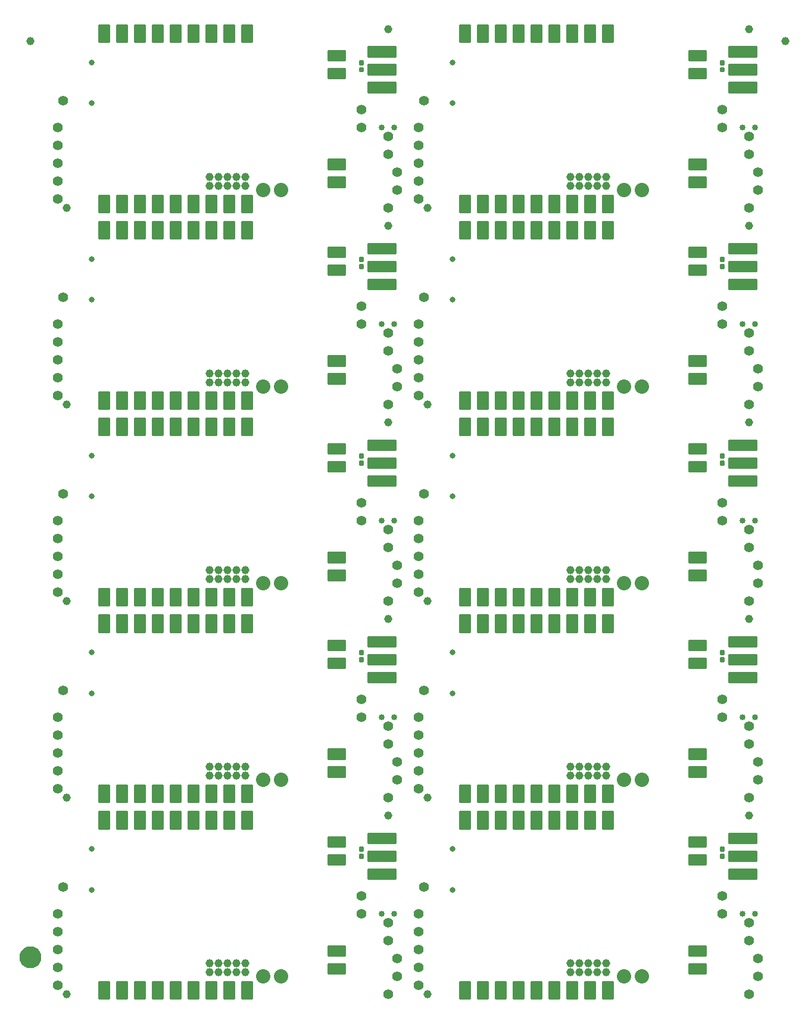
<source format=gbs>
G04 EAGLE Gerber RS-274X export*
G75*
%MOMM*%
%FSLAX34Y34*%
%LPD*%
%INSoldermask Bottom*%
%IPPOS*%
%AMOC8*
5,1,8,0,0,1.08239X$1,22.5*%
G01*
%ADD10C,1.152400*%
%ADD11C,0.264381*%
%ADD12C,0.802400*%
%ADD13C,0.255816*%
%ADD14C,0.852400*%
%ADD15C,2.032000*%
%ADD16C,1.422400*%
%ADD17C,1.270000*%
%ADD18C,1.652400*%


D10*
X25400Y10211D03*
X482600Y264211D03*
D11*
X85540Y28151D02*
X85540Y4271D01*
X71660Y4271D01*
X71660Y28151D01*
X85540Y28151D01*
X85540Y6783D02*
X71660Y6783D01*
X71660Y9295D02*
X85540Y9295D01*
X85540Y11807D02*
X71660Y11807D01*
X71660Y14319D02*
X85540Y14319D01*
X85540Y16831D02*
X71660Y16831D01*
X71660Y19343D02*
X85540Y19343D01*
X85540Y21855D02*
X71660Y21855D01*
X71660Y24367D02*
X85540Y24367D01*
X85540Y26879D02*
X71660Y26879D01*
X110940Y28151D02*
X110940Y4271D01*
X97060Y4271D01*
X97060Y28151D01*
X110940Y28151D01*
X110940Y6783D02*
X97060Y6783D01*
X97060Y9295D02*
X110940Y9295D01*
X110940Y11807D02*
X97060Y11807D01*
X97060Y14319D02*
X110940Y14319D01*
X110940Y16831D02*
X97060Y16831D01*
X97060Y19343D02*
X110940Y19343D01*
X110940Y21855D02*
X97060Y21855D01*
X97060Y24367D02*
X110940Y24367D01*
X110940Y26879D02*
X97060Y26879D01*
X136340Y28151D02*
X136340Y4271D01*
X122460Y4271D01*
X122460Y28151D01*
X136340Y28151D01*
X136340Y6783D02*
X122460Y6783D01*
X122460Y9295D02*
X136340Y9295D01*
X136340Y11807D02*
X122460Y11807D01*
X122460Y14319D02*
X136340Y14319D01*
X136340Y16831D02*
X122460Y16831D01*
X122460Y19343D02*
X136340Y19343D01*
X136340Y21855D02*
X122460Y21855D01*
X122460Y24367D02*
X136340Y24367D01*
X136340Y26879D02*
X122460Y26879D01*
X161740Y28151D02*
X161740Y4271D01*
X147860Y4271D01*
X147860Y28151D01*
X161740Y28151D01*
X161740Y6783D02*
X147860Y6783D01*
X147860Y9295D02*
X161740Y9295D01*
X161740Y11807D02*
X147860Y11807D01*
X147860Y14319D02*
X161740Y14319D01*
X161740Y16831D02*
X147860Y16831D01*
X147860Y19343D02*
X161740Y19343D01*
X161740Y21855D02*
X147860Y21855D01*
X147860Y24367D02*
X161740Y24367D01*
X161740Y26879D02*
X147860Y26879D01*
X187140Y28151D02*
X187140Y4271D01*
X173260Y4271D01*
X173260Y28151D01*
X187140Y28151D01*
X187140Y6783D02*
X173260Y6783D01*
X173260Y9295D02*
X187140Y9295D01*
X187140Y11807D02*
X173260Y11807D01*
X173260Y14319D02*
X187140Y14319D01*
X187140Y16831D02*
X173260Y16831D01*
X173260Y19343D02*
X187140Y19343D01*
X187140Y21855D02*
X173260Y21855D01*
X173260Y24367D02*
X187140Y24367D01*
X187140Y26879D02*
X173260Y26879D01*
X212540Y28151D02*
X212540Y4271D01*
X198660Y4271D01*
X198660Y28151D01*
X212540Y28151D01*
X212540Y6783D02*
X198660Y6783D01*
X198660Y9295D02*
X212540Y9295D01*
X212540Y11807D02*
X198660Y11807D01*
X198660Y14319D02*
X212540Y14319D01*
X212540Y16831D02*
X198660Y16831D01*
X198660Y19343D02*
X212540Y19343D01*
X212540Y21855D02*
X198660Y21855D01*
X198660Y24367D02*
X212540Y24367D01*
X212540Y26879D02*
X198660Y26879D01*
X237940Y28151D02*
X237940Y4271D01*
X224060Y4271D01*
X224060Y28151D01*
X237940Y28151D01*
X237940Y6783D02*
X224060Y6783D01*
X224060Y9295D02*
X237940Y9295D01*
X237940Y11807D02*
X224060Y11807D01*
X224060Y14319D02*
X237940Y14319D01*
X237940Y16831D02*
X224060Y16831D01*
X224060Y19343D02*
X237940Y19343D01*
X237940Y21855D02*
X224060Y21855D01*
X224060Y24367D02*
X237940Y24367D01*
X237940Y26879D02*
X224060Y26879D01*
X263340Y28151D02*
X263340Y4271D01*
X249460Y4271D01*
X249460Y28151D01*
X263340Y28151D01*
X263340Y6783D02*
X249460Y6783D01*
X249460Y9295D02*
X263340Y9295D01*
X263340Y11807D02*
X249460Y11807D01*
X249460Y14319D02*
X263340Y14319D01*
X263340Y16831D02*
X249460Y16831D01*
X249460Y19343D02*
X263340Y19343D01*
X263340Y21855D02*
X249460Y21855D01*
X249460Y24367D02*
X263340Y24367D01*
X263340Y26879D02*
X249460Y26879D01*
X288740Y28151D02*
X288740Y4271D01*
X274860Y4271D01*
X274860Y28151D01*
X288740Y28151D01*
X288740Y6783D02*
X274860Y6783D01*
X274860Y9295D02*
X288740Y9295D01*
X288740Y11807D02*
X274860Y11807D01*
X274860Y14319D02*
X288740Y14319D01*
X288740Y16831D02*
X274860Y16831D01*
X274860Y19343D02*
X288740Y19343D01*
X288740Y21855D02*
X274860Y21855D01*
X274860Y24367D02*
X288740Y24367D01*
X288740Y26879D02*
X274860Y26879D01*
X71660Y246271D02*
X71660Y270151D01*
X85540Y270151D01*
X85540Y246271D01*
X71660Y246271D01*
X71660Y248783D02*
X85540Y248783D01*
X85540Y251295D02*
X71660Y251295D01*
X71660Y253807D02*
X85540Y253807D01*
X85540Y256319D02*
X71660Y256319D01*
X71660Y258831D02*
X85540Y258831D01*
X85540Y261343D02*
X71660Y261343D01*
X71660Y263855D02*
X85540Y263855D01*
X85540Y266367D02*
X71660Y266367D01*
X71660Y268879D02*
X85540Y268879D01*
X97060Y270151D02*
X97060Y246271D01*
X97060Y270151D02*
X110940Y270151D01*
X110940Y246271D01*
X97060Y246271D01*
X97060Y248783D02*
X110940Y248783D01*
X110940Y251295D02*
X97060Y251295D01*
X97060Y253807D02*
X110940Y253807D01*
X110940Y256319D02*
X97060Y256319D01*
X97060Y258831D02*
X110940Y258831D01*
X110940Y261343D02*
X97060Y261343D01*
X97060Y263855D02*
X110940Y263855D01*
X110940Y266367D02*
X97060Y266367D01*
X97060Y268879D02*
X110940Y268879D01*
X122460Y270151D02*
X122460Y246271D01*
X122460Y270151D02*
X136340Y270151D01*
X136340Y246271D01*
X122460Y246271D01*
X122460Y248783D02*
X136340Y248783D01*
X136340Y251295D02*
X122460Y251295D01*
X122460Y253807D02*
X136340Y253807D01*
X136340Y256319D02*
X122460Y256319D01*
X122460Y258831D02*
X136340Y258831D01*
X136340Y261343D02*
X122460Y261343D01*
X122460Y263855D02*
X136340Y263855D01*
X136340Y266367D02*
X122460Y266367D01*
X122460Y268879D02*
X136340Y268879D01*
X147860Y270151D02*
X147860Y246271D01*
X147860Y270151D02*
X161740Y270151D01*
X161740Y246271D01*
X147860Y246271D01*
X147860Y248783D02*
X161740Y248783D01*
X161740Y251295D02*
X147860Y251295D01*
X147860Y253807D02*
X161740Y253807D01*
X161740Y256319D02*
X147860Y256319D01*
X147860Y258831D02*
X161740Y258831D01*
X161740Y261343D02*
X147860Y261343D01*
X147860Y263855D02*
X161740Y263855D01*
X161740Y266367D02*
X147860Y266367D01*
X147860Y268879D02*
X161740Y268879D01*
X173260Y270151D02*
X173260Y246271D01*
X173260Y270151D02*
X187140Y270151D01*
X187140Y246271D01*
X173260Y246271D01*
X173260Y248783D02*
X187140Y248783D01*
X187140Y251295D02*
X173260Y251295D01*
X173260Y253807D02*
X187140Y253807D01*
X187140Y256319D02*
X173260Y256319D01*
X173260Y258831D02*
X187140Y258831D01*
X187140Y261343D02*
X173260Y261343D01*
X173260Y263855D02*
X187140Y263855D01*
X187140Y266367D02*
X173260Y266367D01*
X173260Y268879D02*
X187140Y268879D01*
X198660Y270151D02*
X198660Y246271D01*
X198660Y270151D02*
X212540Y270151D01*
X212540Y246271D01*
X198660Y246271D01*
X198660Y248783D02*
X212540Y248783D01*
X212540Y251295D02*
X198660Y251295D01*
X198660Y253807D02*
X212540Y253807D01*
X212540Y256319D02*
X198660Y256319D01*
X198660Y258831D02*
X212540Y258831D01*
X212540Y261343D02*
X198660Y261343D01*
X198660Y263855D02*
X212540Y263855D01*
X212540Y266367D02*
X198660Y266367D01*
X198660Y268879D02*
X212540Y268879D01*
X224060Y270151D02*
X224060Y246271D01*
X224060Y270151D02*
X237940Y270151D01*
X237940Y246271D01*
X224060Y246271D01*
X224060Y248783D02*
X237940Y248783D01*
X237940Y251295D02*
X224060Y251295D01*
X224060Y253807D02*
X237940Y253807D01*
X237940Y256319D02*
X224060Y256319D01*
X224060Y258831D02*
X237940Y258831D01*
X237940Y261343D02*
X224060Y261343D01*
X224060Y263855D02*
X237940Y263855D01*
X237940Y266367D02*
X224060Y266367D01*
X224060Y268879D02*
X237940Y268879D01*
X249460Y270151D02*
X249460Y246271D01*
X249460Y270151D02*
X263340Y270151D01*
X263340Y246271D01*
X249460Y246271D01*
X249460Y248783D02*
X263340Y248783D01*
X263340Y251295D02*
X249460Y251295D01*
X249460Y253807D02*
X263340Y253807D01*
X263340Y256319D02*
X249460Y256319D01*
X249460Y258831D02*
X263340Y258831D01*
X263340Y261343D02*
X249460Y261343D01*
X249460Y263855D02*
X263340Y263855D01*
X263340Y266367D02*
X249460Y266367D01*
X249460Y268879D02*
X263340Y268879D01*
X274860Y270151D02*
X274860Y246271D01*
X274860Y270151D02*
X288740Y270151D01*
X288740Y246271D01*
X274860Y246271D01*
X274860Y248783D02*
X288740Y248783D01*
X288740Y251295D02*
X274860Y251295D01*
X274860Y253807D02*
X288740Y253807D01*
X288740Y256319D02*
X274860Y256319D01*
X274860Y258831D02*
X288740Y258831D01*
X288740Y261343D02*
X274860Y261343D01*
X274860Y263855D02*
X288740Y263855D01*
X288740Y266367D02*
X274860Y266367D01*
X274860Y268879D02*
X288740Y268879D01*
X397660Y234151D02*
X421540Y234151D01*
X421540Y220271D01*
X397660Y220271D01*
X397660Y234151D01*
X397660Y222783D02*
X421540Y222783D01*
X421540Y225295D02*
X397660Y225295D01*
X397660Y227807D02*
X421540Y227807D01*
X421540Y230319D02*
X397660Y230319D01*
X397660Y232831D02*
X421540Y232831D01*
X421540Y208751D02*
X397660Y208751D01*
X421540Y208751D02*
X421540Y194871D01*
X397660Y194871D01*
X397660Y208751D01*
X397660Y197383D02*
X421540Y197383D01*
X421540Y199895D02*
X397660Y199895D01*
X397660Y202407D02*
X421540Y202407D01*
X421540Y204919D02*
X397660Y204919D01*
X397660Y207431D02*
X421540Y207431D01*
X421540Y79551D02*
X397660Y79551D01*
X421540Y79551D02*
X421540Y65671D01*
X397660Y65671D01*
X397660Y79551D01*
X397660Y68183D02*
X421540Y68183D01*
X421540Y70695D02*
X397660Y70695D01*
X397660Y73207D02*
X421540Y73207D01*
X421540Y75719D02*
X397660Y75719D01*
X397660Y78231D02*
X421540Y78231D01*
X421540Y54151D02*
X397660Y54151D01*
X421540Y54151D02*
X421540Y40271D01*
X397660Y40271D01*
X397660Y54151D01*
X397660Y42783D02*
X421540Y42783D01*
X421540Y45295D02*
X397660Y45295D01*
X397660Y47807D02*
X421540Y47807D01*
X421540Y50319D02*
X397660Y50319D01*
X397660Y52831D02*
X421540Y52831D01*
D12*
X61750Y216911D03*
X61750Y159111D03*
D13*
X442017Y214658D02*
X442017Y219624D01*
X446983Y219624D01*
X446983Y214658D01*
X442017Y214658D01*
X442017Y217088D02*
X446983Y217088D01*
X446983Y219518D02*
X442017Y219518D01*
X442017Y209624D02*
X442017Y204658D01*
X442017Y209624D02*
X446983Y209624D01*
X446983Y204658D01*
X442017Y204658D01*
X442017Y207088D02*
X446983Y207088D01*
X446983Y209518D02*
X442017Y209518D01*
D10*
X241300Y41961D03*
X254000Y41961D03*
X266700Y41961D03*
X279400Y41961D03*
X228600Y41961D03*
X241300Y54661D03*
X254000Y54661D03*
X266700Y54661D03*
X279400Y54661D03*
X228600Y54661D03*
D11*
X493150Y174721D02*
X493150Y188601D01*
X493150Y174721D02*
X454270Y174721D01*
X454270Y188601D01*
X493150Y188601D01*
X493150Y177233D02*
X454270Y177233D01*
X454270Y179745D02*
X493150Y179745D01*
X493150Y182257D02*
X454270Y182257D01*
X454270Y184769D02*
X493150Y184769D01*
X493150Y187281D02*
X454270Y187281D01*
X493150Y200121D02*
X493150Y214001D01*
X493150Y200121D02*
X454270Y200121D01*
X454270Y214001D01*
X493150Y214001D01*
X493150Y202633D02*
X454270Y202633D01*
X454270Y205145D02*
X493150Y205145D01*
X493150Y207657D02*
X454270Y207657D01*
X454270Y210169D02*
X493150Y210169D01*
X493150Y212681D02*
X454270Y212681D01*
X493150Y225521D02*
X493150Y239401D01*
X493150Y225521D02*
X454270Y225521D01*
X454270Y239401D01*
X493150Y239401D01*
X493150Y228033D02*
X454270Y228033D01*
X454270Y230545D02*
X493150Y230545D01*
X493150Y233057D02*
X454270Y233057D01*
X454270Y235569D02*
X493150Y235569D01*
X493150Y238081D02*
X454270Y238081D01*
D14*
X473600Y124511D03*
X491600Y124511D03*
D15*
X330200Y35611D03*
X304800Y35611D03*
D16*
X482600Y10211D03*
X20320Y162611D03*
X482600Y111811D03*
X482600Y86411D03*
X12700Y22911D03*
X12700Y73711D03*
X12700Y124511D03*
X12700Y99111D03*
X12700Y48311D03*
X495300Y35611D03*
X495300Y61011D03*
X444500Y149911D03*
X444500Y124511D03*
D10*
X538480Y10211D03*
X995680Y264211D03*
D11*
X598620Y28151D02*
X598620Y4271D01*
X584740Y4271D01*
X584740Y28151D01*
X598620Y28151D01*
X598620Y6783D02*
X584740Y6783D01*
X584740Y9295D02*
X598620Y9295D01*
X598620Y11807D02*
X584740Y11807D01*
X584740Y14319D02*
X598620Y14319D01*
X598620Y16831D02*
X584740Y16831D01*
X584740Y19343D02*
X598620Y19343D01*
X598620Y21855D02*
X584740Y21855D01*
X584740Y24367D02*
X598620Y24367D01*
X598620Y26879D02*
X584740Y26879D01*
X624020Y28151D02*
X624020Y4271D01*
X610140Y4271D01*
X610140Y28151D01*
X624020Y28151D01*
X624020Y6783D02*
X610140Y6783D01*
X610140Y9295D02*
X624020Y9295D01*
X624020Y11807D02*
X610140Y11807D01*
X610140Y14319D02*
X624020Y14319D01*
X624020Y16831D02*
X610140Y16831D01*
X610140Y19343D02*
X624020Y19343D01*
X624020Y21855D02*
X610140Y21855D01*
X610140Y24367D02*
X624020Y24367D01*
X624020Y26879D02*
X610140Y26879D01*
X649420Y28151D02*
X649420Y4271D01*
X635540Y4271D01*
X635540Y28151D01*
X649420Y28151D01*
X649420Y6783D02*
X635540Y6783D01*
X635540Y9295D02*
X649420Y9295D01*
X649420Y11807D02*
X635540Y11807D01*
X635540Y14319D02*
X649420Y14319D01*
X649420Y16831D02*
X635540Y16831D01*
X635540Y19343D02*
X649420Y19343D01*
X649420Y21855D02*
X635540Y21855D01*
X635540Y24367D02*
X649420Y24367D01*
X649420Y26879D02*
X635540Y26879D01*
X674820Y28151D02*
X674820Y4271D01*
X660940Y4271D01*
X660940Y28151D01*
X674820Y28151D01*
X674820Y6783D02*
X660940Y6783D01*
X660940Y9295D02*
X674820Y9295D01*
X674820Y11807D02*
X660940Y11807D01*
X660940Y14319D02*
X674820Y14319D01*
X674820Y16831D02*
X660940Y16831D01*
X660940Y19343D02*
X674820Y19343D01*
X674820Y21855D02*
X660940Y21855D01*
X660940Y24367D02*
X674820Y24367D01*
X674820Y26879D02*
X660940Y26879D01*
X700220Y28151D02*
X700220Y4271D01*
X686340Y4271D01*
X686340Y28151D01*
X700220Y28151D01*
X700220Y6783D02*
X686340Y6783D01*
X686340Y9295D02*
X700220Y9295D01*
X700220Y11807D02*
X686340Y11807D01*
X686340Y14319D02*
X700220Y14319D01*
X700220Y16831D02*
X686340Y16831D01*
X686340Y19343D02*
X700220Y19343D01*
X700220Y21855D02*
X686340Y21855D01*
X686340Y24367D02*
X700220Y24367D01*
X700220Y26879D02*
X686340Y26879D01*
X725620Y28151D02*
X725620Y4271D01*
X711740Y4271D01*
X711740Y28151D01*
X725620Y28151D01*
X725620Y6783D02*
X711740Y6783D01*
X711740Y9295D02*
X725620Y9295D01*
X725620Y11807D02*
X711740Y11807D01*
X711740Y14319D02*
X725620Y14319D01*
X725620Y16831D02*
X711740Y16831D01*
X711740Y19343D02*
X725620Y19343D01*
X725620Y21855D02*
X711740Y21855D01*
X711740Y24367D02*
X725620Y24367D01*
X725620Y26879D02*
X711740Y26879D01*
X751020Y28151D02*
X751020Y4271D01*
X737140Y4271D01*
X737140Y28151D01*
X751020Y28151D01*
X751020Y6783D02*
X737140Y6783D01*
X737140Y9295D02*
X751020Y9295D01*
X751020Y11807D02*
X737140Y11807D01*
X737140Y14319D02*
X751020Y14319D01*
X751020Y16831D02*
X737140Y16831D01*
X737140Y19343D02*
X751020Y19343D01*
X751020Y21855D02*
X737140Y21855D01*
X737140Y24367D02*
X751020Y24367D01*
X751020Y26879D02*
X737140Y26879D01*
X776420Y28151D02*
X776420Y4271D01*
X762540Y4271D01*
X762540Y28151D01*
X776420Y28151D01*
X776420Y6783D02*
X762540Y6783D01*
X762540Y9295D02*
X776420Y9295D01*
X776420Y11807D02*
X762540Y11807D01*
X762540Y14319D02*
X776420Y14319D01*
X776420Y16831D02*
X762540Y16831D01*
X762540Y19343D02*
X776420Y19343D01*
X776420Y21855D02*
X762540Y21855D01*
X762540Y24367D02*
X776420Y24367D01*
X776420Y26879D02*
X762540Y26879D01*
X801820Y28151D02*
X801820Y4271D01*
X787940Y4271D01*
X787940Y28151D01*
X801820Y28151D01*
X801820Y6783D02*
X787940Y6783D01*
X787940Y9295D02*
X801820Y9295D01*
X801820Y11807D02*
X787940Y11807D01*
X787940Y14319D02*
X801820Y14319D01*
X801820Y16831D02*
X787940Y16831D01*
X787940Y19343D02*
X801820Y19343D01*
X801820Y21855D02*
X787940Y21855D01*
X787940Y24367D02*
X801820Y24367D01*
X801820Y26879D02*
X787940Y26879D01*
X584740Y246271D02*
X584740Y270151D01*
X598620Y270151D01*
X598620Y246271D01*
X584740Y246271D01*
X584740Y248783D02*
X598620Y248783D01*
X598620Y251295D02*
X584740Y251295D01*
X584740Y253807D02*
X598620Y253807D01*
X598620Y256319D02*
X584740Y256319D01*
X584740Y258831D02*
X598620Y258831D01*
X598620Y261343D02*
X584740Y261343D01*
X584740Y263855D02*
X598620Y263855D01*
X598620Y266367D02*
X584740Y266367D01*
X584740Y268879D02*
X598620Y268879D01*
X610140Y270151D02*
X610140Y246271D01*
X610140Y270151D02*
X624020Y270151D01*
X624020Y246271D01*
X610140Y246271D01*
X610140Y248783D02*
X624020Y248783D01*
X624020Y251295D02*
X610140Y251295D01*
X610140Y253807D02*
X624020Y253807D01*
X624020Y256319D02*
X610140Y256319D01*
X610140Y258831D02*
X624020Y258831D01*
X624020Y261343D02*
X610140Y261343D01*
X610140Y263855D02*
X624020Y263855D01*
X624020Y266367D02*
X610140Y266367D01*
X610140Y268879D02*
X624020Y268879D01*
X635540Y270151D02*
X635540Y246271D01*
X635540Y270151D02*
X649420Y270151D01*
X649420Y246271D01*
X635540Y246271D01*
X635540Y248783D02*
X649420Y248783D01*
X649420Y251295D02*
X635540Y251295D01*
X635540Y253807D02*
X649420Y253807D01*
X649420Y256319D02*
X635540Y256319D01*
X635540Y258831D02*
X649420Y258831D01*
X649420Y261343D02*
X635540Y261343D01*
X635540Y263855D02*
X649420Y263855D01*
X649420Y266367D02*
X635540Y266367D01*
X635540Y268879D02*
X649420Y268879D01*
X660940Y270151D02*
X660940Y246271D01*
X660940Y270151D02*
X674820Y270151D01*
X674820Y246271D01*
X660940Y246271D01*
X660940Y248783D02*
X674820Y248783D01*
X674820Y251295D02*
X660940Y251295D01*
X660940Y253807D02*
X674820Y253807D01*
X674820Y256319D02*
X660940Y256319D01*
X660940Y258831D02*
X674820Y258831D01*
X674820Y261343D02*
X660940Y261343D01*
X660940Y263855D02*
X674820Y263855D01*
X674820Y266367D02*
X660940Y266367D01*
X660940Y268879D02*
X674820Y268879D01*
X686340Y270151D02*
X686340Y246271D01*
X686340Y270151D02*
X700220Y270151D01*
X700220Y246271D01*
X686340Y246271D01*
X686340Y248783D02*
X700220Y248783D01*
X700220Y251295D02*
X686340Y251295D01*
X686340Y253807D02*
X700220Y253807D01*
X700220Y256319D02*
X686340Y256319D01*
X686340Y258831D02*
X700220Y258831D01*
X700220Y261343D02*
X686340Y261343D01*
X686340Y263855D02*
X700220Y263855D01*
X700220Y266367D02*
X686340Y266367D01*
X686340Y268879D02*
X700220Y268879D01*
X711740Y270151D02*
X711740Y246271D01*
X711740Y270151D02*
X725620Y270151D01*
X725620Y246271D01*
X711740Y246271D01*
X711740Y248783D02*
X725620Y248783D01*
X725620Y251295D02*
X711740Y251295D01*
X711740Y253807D02*
X725620Y253807D01*
X725620Y256319D02*
X711740Y256319D01*
X711740Y258831D02*
X725620Y258831D01*
X725620Y261343D02*
X711740Y261343D01*
X711740Y263855D02*
X725620Y263855D01*
X725620Y266367D02*
X711740Y266367D01*
X711740Y268879D02*
X725620Y268879D01*
X737140Y270151D02*
X737140Y246271D01*
X737140Y270151D02*
X751020Y270151D01*
X751020Y246271D01*
X737140Y246271D01*
X737140Y248783D02*
X751020Y248783D01*
X751020Y251295D02*
X737140Y251295D01*
X737140Y253807D02*
X751020Y253807D01*
X751020Y256319D02*
X737140Y256319D01*
X737140Y258831D02*
X751020Y258831D01*
X751020Y261343D02*
X737140Y261343D01*
X737140Y263855D02*
X751020Y263855D01*
X751020Y266367D02*
X737140Y266367D01*
X737140Y268879D02*
X751020Y268879D01*
X762540Y270151D02*
X762540Y246271D01*
X762540Y270151D02*
X776420Y270151D01*
X776420Y246271D01*
X762540Y246271D01*
X762540Y248783D02*
X776420Y248783D01*
X776420Y251295D02*
X762540Y251295D01*
X762540Y253807D02*
X776420Y253807D01*
X776420Y256319D02*
X762540Y256319D01*
X762540Y258831D02*
X776420Y258831D01*
X776420Y261343D02*
X762540Y261343D01*
X762540Y263855D02*
X776420Y263855D01*
X776420Y266367D02*
X762540Y266367D01*
X762540Y268879D02*
X776420Y268879D01*
X787940Y270151D02*
X787940Y246271D01*
X787940Y270151D02*
X801820Y270151D01*
X801820Y246271D01*
X787940Y246271D01*
X787940Y248783D02*
X801820Y248783D01*
X801820Y251295D02*
X787940Y251295D01*
X787940Y253807D02*
X801820Y253807D01*
X801820Y256319D02*
X787940Y256319D01*
X787940Y258831D02*
X801820Y258831D01*
X801820Y261343D02*
X787940Y261343D01*
X787940Y263855D02*
X801820Y263855D01*
X801820Y266367D02*
X787940Y266367D01*
X787940Y268879D02*
X801820Y268879D01*
X910740Y234151D02*
X934620Y234151D01*
X934620Y220271D01*
X910740Y220271D01*
X910740Y234151D01*
X910740Y222783D02*
X934620Y222783D01*
X934620Y225295D02*
X910740Y225295D01*
X910740Y227807D02*
X934620Y227807D01*
X934620Y230319D02*
X910740Y230319D01*
X910740Y232831D02*
X934620Y232831D01*
X934620Y208751D02*
X910740Y208751D01*
X934620Y208751D02*
X934620Y194871D01*
X910740Y194871D01*
X910740Y208751D01*
X910740Y197383D02*
X934620Y197383D01*
X934620Y199895D02*
X910740Y199895D01*
X910740Y202407D02*
X934620Y202407D01*
X934620Y204919D02*
X910740Y204919D01*
X910740Y207431D02*
X934620Y207431D01*
X934620Y79551D02*
X910740Y79551D01*
X934620Y79551D02*
X934620Y65671D01*
X910740Y65671D01*
X910740Y79551D01*
X910740Y68183D02*
X934620Y68183D01*
X934620Y70695D02*
X910740Y70695D01*
X910740Y73207D02*
X934620Y73207D01*
X934620Y75719D02*
X910740Y75719D01*
X910740Y78231D02*
X934620Y78231D01*
X934620Y54151D02*
X910740Y54151D01*
X934620Y54151D02*
X934620Y40271D01*
X910740Y40271D01*
X910740Y54151D01*
X910740Y42783D02*
X934620Y42783D01*
X934620Y45295D02*
X910740Y45295D01*
X910740Y47807D02*
X934620Y47807D01*
X934620Y50319D02*
X910740Y50319D01*
X910740Y52831D02*
X934620Y52831D01*
D12*
X574830Y216911D03*
X574830Y159111D03*
D13*
X955097Y214658D02*
X955097Y219624D01*
X960063Y219624D01*
X960063Y214658D01*
X955097Y214658D01*
X955097Y217088D02*
X960063Y217088D01*
X960063Y219518D02*
X955097Y219518D01*
X955097Y209624D02*
X955097Y204658D01*
X955097Y209624D02*
X960063Y209624D01*
X960063Y204658D01*
X955097Y204658D01*
X955097Y207088D02*
X960063Y207088D01*
X960063Y209518D02*
X955097Y209518D01*
D10*
X754380Y41961D03*
X767080Y41961D03*
X779780Y41961D03*
X792480Y41961D03*
X741680Y41961D03*
X754380Y54661D03*
X767080Y54661D03*
X779780Y54661D03*
X792480Y54661D03*
X741680Y54661D03*
D11*
X1006230Y174721D02*
X1006230Y188601D01*
X1006230Y174721D02*
X967350Y174721D01*
X967350Y188601D01*
X1006230Y188601D01*
X1006230Y177233D02*
X967350Y177233D01*
X967350Y179745D02*
X1006230Y179745D01*
X1006230Y182257D02*
X967350Y182257D01*
X967350Y184769D02*
X1006230Y184769D01*
X1006230Y187281D02*
X967350Y187281D01*
X1006230Y200121D02*
X1006230Y214001D01*
X1006230Y200121D02*
X967350Y200121D01*
X967350Y214001D01*
X1006230Y214001D01*
X1006230Y202633D02*
X967350Y202633D01*
X967350Y205145D02*
X1006230Y205145D01*
X1006230Y207657D02*
X967350Y207657D01*
X967350Y210169D02*
X1006230Y210169D01*
X1006230Y212681D02*
X967350Y212681D01*
X1006230Y225521D02*
X1006230Y239401D01*
X1006230Y225521D02*
X967350Y225521D01*
X967350Y239401D01*
X1006230Y239401D01*
X1006230Y228033D02*
X967350Y228033D01*
X967350Y230545D02*
X1006230Y230545D01*
X1006230Y233057D02*
X967350Y233057D01*
X967350Y235569D02*
X1006230Y235569D01*
X1006230Y238081D02*
X967350Y238081D01*
D14*
X986680Y124511D03*
X1004680Y124511D03*
D15*
X843280Y35611D03*
X817880Y35611D03*
D16*
X995680Y10211D03*
X533400Y162611D03*
X995680Y111811D03*
X995680Y86411D03*
X525780Y22911D03*
X525780Y73711D03*
X525780Y124511D03*
X525780Y99111D03*
X525780Y48311D03*
X1008380Y35611D03*
X1008380Y61011D03*
X957580Y149911D03*
X957580Y124511D03*
D10*
X25400Y289687D03*
X482600Y543687D03*
D11*
X85540Y307627D02*
X85540Y283747D01*
X71660Y283747D01*
X71660Y307627D01*
X85540Y307627D01*
X85540Y286259D02*
X71660Y286259D01*
X71660Y288771D02*
X85540Y288771D01*
X85540Y291283D02*
X71660Y291283D01*
X71660Y293795D02*
X85540Y293795D01*
X85540Y296307D02*
X71660Y296307D01*
X71660Y298819D02*
X85540Y298819D01*
X85540Y301331D02*
X71660Y301331D01*
X71660Y303843D02*
X85540Y303843D01*
X85540Y306355D02*
X71660Y306355D01*
X110940Y307627D02*
X110940Y283747D01*
X97060Y283747D01*
X97060Y307627D01*
X110940Y307627D01*
X110940Y286259D02*
X97060Y286259D01*
X97060Y288771D02*
X110940Y288771D01*
X110940Y291283D02*
X97060Y291283D01*
X97060Y293795D02*
X110940Y293795D01*
X110940Y296307D02*
X97060Y296307D01*
X97060Y298819D02*
X110940Y298819D01*
X110940Y301331D02*
X97060Y301331D01*
X97060Y303843D02*
X110940Y303843D01*
X110940Y306355D02*
X97060Y306355D01*
X136340Y307627D02*
X136340Y283747D01*
X122460Y283747D01*
X122460Y307627D01*
X136340Y307627D01*
X136340Y286259D02*
X122460Y286259D01*
X122460Y288771D02*
X136340Y288771D01*
X136340Y291283D02*
X122460Y291283D01*
X122460Y293795D02*
X136340Y293795D01*
X136340Y296307D02*
X122460Y296307D01*
X122460Y298819D02*
X136340Y298819D01*
X136340Y301331D02*
X122460Y301331D01*
X122460Y303843D02*
X136340Y303843D01*
X136340Y306355D02*
X122460Y306355D01*
X161740Y307627D02*
X161740Y283747D01*
X147860Y283747D01*
X147860Y307627D01*
X161740Y307627D01*
X161740Y286259D02*
X147860Y286259D01*
X147860Y288771D02*
X161740Y288771D01*
X161740Y291283D02*
X147860Y291283D01*
X147860Y293795D02*
X161740Y293795D01*
X161740Y296307D02*
X147860Y296307D01*
X147860Y298819D02*
X161740Y298819D01*
X161740Y301331D02*
X147860Y301331D01*
X147860Y303843D02*
X161740Y303843D01*
X161740Y306355D02*
X147860Y306355D01*
X187140Y307627D02*
X187140Y283747D01*
X173260Y283747D01*
X173260Y307627D01*
X187140Y307627D01*
X187140Y286259D02*
X173260Y286259D01*
X173260Y288771D02*
X187140Y288771D01*
X187140Y291283D02*
X173260Y291283D01*
X173260Y293795D02*
X187140Y293795D01*
X187140Y296307D02*
X173260Y296307D01*
X173260Y298819D02*
X187140Y298819D01*
X187140Y301331D02*
X173260Y301331D01*
X173260Y303843D02*
X187140Y303843D01*
X187140Y306355D02*
X173260Y306355D01*
X212540Y307627D02*
X212540Y283747D01*
X198660Y283747D01*
X198660Y307627D01*
X212540Y307627D01*
X212540Y286259D02*
X198660Y286259D01*
X198660Y288771D02*
X212540Y288771D01*
X212540Y291283D02*
X198660Y291283D01*
X198660Y293795D02*
X212540Y293795D01*
X212540Y296307D02*
X198660Y296307D01*
X198660Y298819D02*
X212540Y298819D01*
X212540Y301331D02*
X198660Y301331D01*
X198660Y303843D02*
X212540Y303843D01*
X212540Y306355D02*
X198660Y306355D01*
X237940Y307627D02*
X237940Y283747D01*
X224060Y283747D01*
X224060Y307627D01*
X237940Y307627D01*
X237940Y286259D02*
X224060Y286259D01*
X224060Y288771D02*
X237940Y288771D01*
X237940Y291283D02*
X224060Y291283D01*
X224060Y293795D02*
X237940Y293795D01*
X237940Y296307D02*
X224060Y296307D01*
X224060Y298819D02*
X237940Y298819D01*
X237940Y301331D02*
X224060Y301331D01*
X224060Y303843D02*
X237940Y303843D01*
X237940Y306355D02*
X224060Y306355D01*
X263340Y307627D02*
X263340Y283747D01*
X249460Y283747D01*
X249460Y307627D01*
X263340Y307627D01*
X263340Y286259D02*
X249460Y286259D01*
X249460Y288771D02*
X263340Y288771D01*
X263340Y291283D02*
X249460Y291283D01*
X249460Y293795D02*
X263340Y293795D01*
X263340Y296307D02*
X249460Y296307D01*
X249460Y298819D02*
X263340Y298819D01*
X263340Y301331D02*
X249460Y301331D01*
X249460Y303843D02*
X263340Y303843D01*
X263340Y306355D02*
X249460Y306355D01*
X288740Y307627D02*
X288740Y283747D01*
X274860Y283747D01*
X274860Y307627D01*
X288740Y307627D01*
X288740Y286259D02*
X274860Y286259D01*
X274860Y288771D02*
X288740Y288771D01*
X288740Y291283D02*
X274860Y291283D01*
X274860Y293795D02*
X288740Y293795D01*
X288740Y296307D02*
X274860Y296307D01*
X274860Y298819D02*
X288740Y298819D01*
X288740Y301331D02*
X274860Y301331D01*
X274860Y303843D02*
X288740Y303843D01*
X288740Y306355D02*
X274860Y306355D01*
X71660Y525747D02*
X71660Y549627D01*
X85540Y549627D01*
X85540Y525747D01*
X71660Y525747D01*
X71660Y528259D02*
X85540Y528259D01*
X85540Y530771D02*
X71660Y530771D01*
X71660Y533283D02*
X85540Y533283D01*
X85540Y535795D02*
X71660Y535795D01*
X71660Y538307D02*
X85540Y538307D01*
X85540Y540819D02*
X71660Y540819D01*
X71660Y543331D02*
X85540Y543331D01*
X85540Y545843D02*
X71660Y545843D01*
X71660Y548355D02*
X85540Y548355D01*
X97060Y549627D02*
X97060Y525747D01*
X97060Y549627D02*
X110940Y549627D01*
X110940Y525747D01*
X97060Y525747D01*
X97060Y528259D02*
X110940Y528259D01*
X110940Y530771D02*
X97060Y530771D01*
X97060Y533283D02*
X110940Y533283D01*
X110940Y535795D02*
X97060Y535795D01*
X97060Y538307D02*
X110940Y538307D01*
X110940Y540819D02*
X97060Y540819D01*
X97060Y543331D02*
X110940Y543331D01*
X110940Y545843D02*
X97060Y545843D01*
X97060Y548355D02*
X110940Y548355D01*
X122460Y549627D02*
X122460Y525747D01*
X122460Y549627D02*
X136340Y549627D01*
X136340Y525747D01*
X122460Y525747D01*
X122460Y528259D02*
X136340Y528259D01*
X136340Y530771D02*
X122460Y530771D01*
X122460Y533283D02*
X136340Y533283D01*
X136340Y535795D02*
X122460Y535795D01*
X122460Y538307D02*
X136340Y538307D01*
X136340Y540819D02*
X122460Y540819D01*
X122460Y543331D02*
X136340Y543331D01*
X136340Y545843D02*
X122460Y545843D01*
X122460Y548355D02*
X136340Y548355D01*
X147860Y549627D02*
X147860Y525747D01*
X147860Y549627D02*
X161740Y549627D01*
X161740Y525747D01*
X147860Y525747D01*
X147860Y528259D02*
X161740Y528259D01*
X161740Y530771D02*
X147860Y530771D01*
X147860Y533283D02*
X161740Y533283D01*
X161740Y535795D02*
X147860Y535795D01*
X147860Y538307D02*
X161740Y538307D01*
X161740Y540819D02*
X147860Y540819D01*
X147860Y543331D02*
X161740Y543331D01*
X161740Y545843D02*
X147860Y545843D01*
X147860Y548355D02*
X161740Y548355D01*
X173260Y549627D02*
X173260Y525747D01*
X173260Y549627D02*
X187140Y549627D01*
X187140Y525747D01*
X173260Y525747D01*
X173260Y528259D02*
X187140Y528259D01*
X187140Y530771D02*
X173260Y530771D01*
X173260Y533283D02*
X187140Y533283D01*
X187140Y535795D02*
X173260Y535795D01*
X173260Y538307D02*
X187140Y538307D01*
X187140Y540819D02*
X173260Y540819D01*
X173260Y543331D02*
X187140Y543331D01*
X187140Y545843D02*
X173260Y545843D01*
X173260Y548355D02*
X187140Y548355D01*
X198660Y549627D02*
X198660Y525747D01*
X198660Y549627D02*
X212540Y549627D01*
X212540Y525747D01*
X198660Y525747D01*
X198660Y528259D02*
X212540Y528259D01*
X212540Y530771D02*
X198660Y530771D01*
X198660Y533283D02*
X212540Y533283D01*
X212540Y535795D02*
X198660Y535795D01*
X198660Y538307D02*
X212540Y538307D01*
X212540Y540819D02*
X198660Y540819D01*
X198660Y543331D02*
X212540Y543331D01*
X212540Y545843D02*
X198660Y545843D01*
X198660Y548355D02*
X212540Y548355D01*
X224060Y549627D02*
X224060Y525747D01*
X224060Y549627D02*
X237940Y549627D01*
X237940Y525747D01*
X224060Y525747D01*
X224060Y528259D02*
X237940Y528259D01*
X237940Y530771D02*
X224060Y530771D01*
X224060Y533283D02*
X237940Y533283D01*
X237940Y535795D02*
X224060Y535795D01*
X224060Y538307D02*
X237940Y538307D01*
X237940Y540819D02*
X224060Y540819D01*
X224060Y543331D02*
X237940Y543331D01*
X237940Y545843D02*
X224060Y545843D01*
X224060Y548355D02*
X237940Y548355D01*
X249460Y549627D02*
X249460Y525747D01*
X249460Y549627D02*
X263340Y549627D01*
X263340Y525747D01*
X249460Y525747D01*
X249460Y528259D02*
X263340Y528259D01*
X263340Y530771D02*
X249460Y530771D01*
X249460Y533283D02*
X263340Y533283D01*
X263340Y535795D02*
X249460Y535795D01*
X249460Y538307D02*
X263340Y538307D01*
X263340Y540819D02*
X249460Y540819D01*
X249460Y543331D02*
X263340Y543331D01*
X263340Y545843D02*
X249460Y545843D01*
X249460Y548355D02*
X263340Y548355D01*
X274860Y549627D02*
X274860Y525747D01*
X274860Y549627D02*
X288740Y549627D01*
X288740Y525747D01*
X274860Y525747D01*
X274860Y528259D02*
X288740Y528259D01*
X288740Y530771D02*
X274860Y530771D01*
X274860Y533283D02*
X288740Y533283D01*
X288740Y535795D02*
X274860Y535795D01*
X274860Y538307D02*
X288740Y538307D01*
X288740Y540819D02*
X274860Y540819D01*
X274860Y543331D02*
X288740Y543331D01*
X288740Y545843D02*
X274860Y545843D01*
X274860Y548355D02*
X288740Y548355D01*
X397660Y513627D02*
X421540Y513627D01*
X421540Y499747D01*
X397660Y499747D01*
X397660Y513627D01*
X397660Y502259D02*
X421540Y502259D01*
X421540Y504771D02*
X397660Y504771D01*
X397660Y507283D02*
X421540Y507283D01*
X421540Y509795D02*
X397660Y509795D01*
X397660Y512307D02*
X421540Y512307D01*
X421540Y488227D02*
X397660Y488227D01*
X421540Y488227D02*
X421540Y474347D01*
X397660Y474347D01*
X397660Y488227D01*
X397660Y476859D02*
X421540Y476859D01*
X421540Y479371D02*
X397660Y479371D01*
X397660Y481883D02*
X421540Y481883D01*
X421540Y484395D02*
X397660Y484395D01*
X397660Y486907D02*
X421540Y486907D01*
X421540Y359027D02*
X397660Y359027D01*
X421540Y359027D02*
X421540Y345147D01*
X397660Y345147D01*
X397660Y359027D01*
X397660Y347659D02*
X421540Y347659D01*
X421540Y350171D02*
X397660Y350171D01*
X397660Y352683D02*
X421540Y352683D01*
X421540Y355195D02*
X397660Y355195D01*
X397660Y357707D02*
X421540Y357707D01*
X421540Y333627D02*
X397660Y333627D01*
X421540Y333627D02*
X421540Y319747D01*
X397660Y319747D01*
X397660Y333627D01*
X397660Y322259D02*
X421540Y322259D01*
X421540Y324771D02*
X397660Y324771D01*
X397660Y327283D02*
X421540Y327283D01*
X421540Y329795D02*
X397660Y329795D01*
X397660Y332307D02*
X421540Y332307D01*
D12*
X61750Y496387D03*
X61750Y438587D03*
D13*
X442017Y494134D02*
X442017Y499100D01*
X446983Y499100D01*
X446983Y494134D01*
X442017Y494134D01*
X442017Y496564D02*
X446983Y496564D01*
X446983Y498994D02*
X442017Y498994D01*
X442017Y489100D02*
X442017Y484134D01*
X442017Y489100D02*
X446983Y489100D01*
X446983Y484134D01*
X442017Y484134D01*
X442017Y486564D02*
X446983Y486564D01*
X446983Y488994D02*
X442017Y488994D01*
D10*
X241300Y321437D03*
X254000Y321437D03*
X266700Y321437D03*
X279400Y321437D03*
X228600Y321437D03*
X241300Y334137D03*
X254000Y334137D03*
X266700Y334137D03*
X279400Y334137D03*
X228600Y334137D03*
D11*
X493150Y454197D02*
X493150Y468077D01*
X493150Y454197D02*
X454270Y454197D01*
X454270Y468077D01*
X493150Y468077D01*
X493150Y456709D02*
X454270Y456709D01*
X454270Y459221D02*
X493150Y459221D01*
X493150Y461733D02*
X454270Y461733D01*
X454270Y464245D02*
X493150Y464245D01*
X493150Y466757D02*
X454270Y466757D01*
X493150Y479597D02*
X493150Y493477D01*
X493150Y479597D02*
X454270Y479597D01*
X454270Y493477D01*
X493150Y493477D01*
X493150Y482109D02*
X454270Y482109D01*
X454270Y484621D02*
X493150Y484621D01*
X493150Y487133D02*
X454270Y487133D01*
X454270Y489645D02*
X493150Y489645D01*
X493150Y492157D02*
X454270Y492157D01*
X493150Y504997D02*
X493150Y518877D01*
X493150Y504997D02*
X454270Y504997D01*
X454270Y518877D01*
X493150Y518877D01*
X493150Y507509D02*
X454270Y507509D01*
X454270Y510021D02*
X493150Y510021D01*
X493150Y512533D02*
X454270Y512533D01*
X454270Y515045D02*
X493150Y515045D01*
X493150Y517557D02*
X454270Y517557D01*
D14*
X473600Y403987D03*
X491600Y403987D03*
D15*
X330200Y315087D03*
X304800Y315087D03*
D16*
X482600Y289687D03*
X20320Y442087D03*
X482600Y391287D03*
X482600Y365887D03*
X12700Y302387D03*
X12700Y353187D03*
X12700Y403987D03*
X12700Y378587D03*
X12700Y327787D03*
X495300Y315087D03*
X495300Y340487D03*
X444500Y429387D03*
X444500Y403987D03*
D10*
X538480Y289687D03*
X995680Y543687D03*
D11*
X598620Y307627D02*
X598620Y283747D01*
X584740Y283747D01*
X584740Y307627D01*
X598620Y307627D01*
X598620Y286259D02*
X584740Y286259D01*
X584740Y288771D02*
X598620Y288771D01*
X598620Y291283D02*
X584740Y291283D01*
X584740Y293795D02*
X598620Y293795D01*
X598620Y296307D02*
X584740Y296307D01*
X584740Y298819D02*
X598620Y298819D01*
X598620Y301331D02*
X584740Y301331D01*
X584740Y303843D02*
X598620Y303843D01*
X598620Y306355D02*
X584740Y306355D01*
X624020Y307627D02*
X624020Y283747D01*
X610140Y283747D01*
X610140Y307627D01*
X624020Y307627D01*
X624020Y286259D02*
X610140Y286259D01*
X610140Y288771D02*
X624020Y288771D01*
X624020Y291283D02*
X610140Y291283D01*
X610140Y293795D02*
X624020Y293795D01*
X624020Y296307D02*
X610140Y296307D01*
X610140Y298819D02*
X624020Y298819D01*
X624020Y301331D02*
X610140Y301331D01*
X610140Y303843D02*
X624020Y303843D01*
X624020Y306355D02*
X610140Y306355D01*
X649420Y307627D02*
X649420Y283747D01*
X635540Y283747D01*
X635540Y307627D01*
X649420Y307627D01*
X649420Y286259D02*
X635540Y286259D01*
X635540Y288771D02*
X649420Y288771D01*
X649420Y291283D02*
X635540Y291283D01*
X635540Y293795D02*
X649420Y293795D01*
X649420Y296307D02*
X635540Y296307D01*
X635540Y298819D02*
X649420Y298819D01*
X649420Y301331D02*
X635540Y301331D01*
X635540Y303843D02*
X649420Y303843D01*
X649420Y306355D02*
X635540Y306355D01*
X674820Y307627D02*
X674820Y283747D01*
X660940Y283747D01*
X660940Y307627D01*
X674820Y307627D01*
X674820Y286259D02*
X660940Y286259D01*
X660940Y288771D02*
X674820Y288771D01*
X674820Y291283D02*
X660940Y291283D01*
X660940Y293795D02*
X674820Y293795D01*
X674820Y296307D02*
X660940Y296307D01*
X660940Y298819D02*
X674820Y298819D01*
X674820Y301331D02*
X660940Y301331D01*
X660940Y303843D02*
X674820Y303843D01*
X674820Y306355D02*
X660940Y306355D01*
X700220Y307627D02*
X700220Y283747D01*
X686340Y283747D01*
X686340Y307627D01*
X700220Y307627D01*
X700220Y286259D02*
X686340Y286259D01*
X686340Y288771D02*
X700220Y288771D01*
X700220Y291283D02*
X686340Y291283D01*
X686340Y293795D02*
X700220Y293795D01*
X700220Y296307D02*
X686340Y296307D01*
X686340Y298819D02*
X700220Y298819D01*
X700220Y301331D02*
X686340Y301331D01*
X686340Y303843D02*
X700220Y303843D01*
X700220Y306355D02*
X686340Y306355D01*
X725620Y307627D02*
X725620Y283747D01*
X711740Y283747D01*
X711740Y307627D01*
X725620Y307627D01*
X725620Y286259D02*
X711740Y286259D01*
X711740Y288771D02*
X725620Y288771D01*
X725620Y291283D02*
X711740Y291283D01*
X711740Y293795D02*
X725620Y293795D01*
X725620Y296307D02*
X711740Y296307D01*
X711740Y298819D02*
X725620Y298819D01*
X725620Y301331D02*
X711740Y301331D01*
X711740Y303843D02*
X725620Y303843D01*
X725620Y306355D02*
X711740Y306355D01*
X751020Y307627D02*
X751020Y283747D01*
X737140Y283747D01*
X737140Y307627D01*
X751020Y307627D01*
X751020Y286259D02*
X737140Y286259D01*
X737140Y288771D02*
X751020Y288771D01*
X751020Y291283D02*
X737140Y291283D01*
X737140Y293795D02*
X751020Y293795D01*
X751020Y296307D02*
X737140Y296307D01*
X737140Y298819D02*
X751020Y298819D01*
X751020Y301331D02*
X737140Y301331D01*
X737140Y303843D02*
X751020Y303843D01*
X751020Y306355D02*
X737140Y306355D01*
X776420Y307627D02*
X776420Y283747D01*
X762540Y283747D01*
X762540Y307627D01*
X776420Y307627D01*
X776420Y286259D02*
X762540Y286259D01*
X762540Y288771D02*
X776420Y288771D01*
X776420Y291283D02*
X762540Y291283D01*
X762540Y293795D02*
X776420Y293795D01*
X776420Y296307D02*
X762540Y296307D01*
X762540Y298819D02*
X776420Y298819D01*
X776420Y301331D02*
X762540Y301331D01*
X762540Y303843D02*
X776420Y303843D01*
X776420Y306355D02*
X762540Y306355D01*
X801820Y307627D02*
X801820Y283747D01*
X787940Y283747D01*
X787940Y307627D01*
X801820Y307627D01*
X801820Y286259D02*
X787940Y286259D01*
X787940Y288771D02*
X801820Y288771D01*
X801820Y291283D02*
X787940Y291283D01*
X787940Y293795D02*
X801820Y293795D01*
X801820Y296307D02*
X787940Y296307D01*
X787940Y298819D02*
X801820Y298819D01*
X801820Y301331D02*
X787940Y301331D01*
X787940Y303843D02*
X801820Y303843D01*
X801820Y306355D02*
X787940Y306355D01*
X584740Y525747D02*
X584740Y549627D01*
X598620Y549627D01*
X598620Y525747D01*
X584740Y525747D01*
X584740Y528259D02*
X598620Y528259D01*
X598620Y530771D02*
X584740Y530771D01*
X584740Y533283D02*
X598620Y533283D01*
X598620Y535795D02*
X584740Y535795D01*
X584740Y538307D02*
X598620Y538307D01*
X598620Y540819D02*
X584740Y540819D01*
X584740Y543331D02*
X598620Y543331D01*
X598620Y545843D02*
X584740Y545843D01*
X584740Y548355D02*
X598620Y548355D01*
X610140Y549627D02*
X610140Y525747D01*
X610140Y549627D02*
X624020Y549627D01*
X624020Y525747D01*
X610140Y525747D01*
X610140Y528259D02*
X624020Y528259D01*
X624020Y530771D02*
X610140Y530771D01*
X610140Y533283D02*
X624020Y533283D01*
X624020Y535795D02*
X610140Y535795D01*
X610140Y538307D02*
X624020Y538307D01*
X624020Y540819D02*
X610140Y540819D01*
X610140Y543331D02*
X624020Y543331D01*
X624020Y545843D02*
X610140Y545843D01*
X610140Y548355D02*
X624020Y548355D01*
X635540Y549627D02*
X635540Y525747D01*
X635540Y549627D02*
X649420Y549627D01*
X649420Y525747D01*
X635540Y525747D01*
X635540Y528259D02*
X649420Y528259D01*
X649420Y530771D02*
X635540Y530771D01*
X635540Y533283D02*
X649420Y533283D01*
X649420Y535795D02*
X635540Y535795D01*
X635540Y538307D02*
X649420Y538307D01*
X649420Y540819D02*
X635540Y540819D01*
X635540Y543331D02*
X649420Y543331D01*
X649420Y545843D02*
X635540Y545843D01*
X635540Y548355D02*
X649420Y548355D01*
X660940Y549627D02*
X660940Y525747D01*
X660940Y549627D02*
X674820Y549627D01*
X674820Y525747D01*
X660940Y525747D01*
X660940Y528259D02*
X674820Y528259D01*
X674820Y530771D02*
X660940Y530771D01*
X660940Y533283D02*
X674820Y533283D01*
X674820Y535795D02*
X660940Y535795D01*
X660940Y538307D02*
X674820Y538307D01*
X674820Y540819D02*
X660940Y540819D01*
X660940Y543331D02*
X674820Y543331D01*
X674820Y545843D02*
X660940Y545843D01*
X660940Y548355D02*
X674820Y548355D01*
X686340Y549627D02*
X686340Y525747D01*
X686340Y549627D02*
X700220Y549627D01*
X700220Y525747D01*
X686340Y525747D01*
X686340Y528259D02*
X700220Y528259D01*
X700220Y530771D02*
X686340Y530771D01*
X686340Y533283D02*
X700220Y533283D01*
X700220Y535795D02*
X686340Y535795D01*
X686340Y538307D02*
X700220Y538307D01*
X700220Y540819D02*
X686340Y540819D01*
X686340Y543331D02*
X700220Y543331D01*
X700220Y545843D02*
X686340Y545843D01*
X686340Y548355D02*
X700220Y548355D01*
X711740Y549627D02*
X711740Y525747D01*
X711740Y549627D02*
X725620Y549627D01*
X725620Y525747D01*
X711740Y525747D01*
X711740Y528259D02*
X725620Y528259D01*
X725620Y530771D02*
X711740Y530771D01*
X711740Y533283D02*
X725620Y533283D01*
X725620Y535795D02*
X711740Y535795D01*
X711740Y538307D02*
X725620Y538307D01*
X725620Y540819D02*
X711740Y540819D01*
X711740Y543331D02*
X725620Y543331D01*
X725620Y545843D02*
X711740Y545843D01*
X711740Y548355D02*
X725620Y548355D01*
X737140Y549627D02*
X737140Y525747D01*
X737140Y549627D02*
X751020Y549627D01*
X751020Y525747D01*
X737140Y525747D01*
X737140Y528259D02*
X751020Y528259D01*
X751020Y530771D02*
X737140Y530771D01*
X737140Y533283D02*
X751020Y533283D01*
X751020Y535795D02*
X737140Y535795D01*
X737140Y538307D02*
X751020Y538307D01*
X751020Y540819D02*
X737140Y540819D01*
X737140Y543331D02*
X751020Y543331D01*
X751020Y545843D02*
X737140Y545843D01*
X737140Y548355D02*
X751020Y548355D01*
X762540Y549627D02*
X762540Y525747D01*
X762540Y549627D02*
X776420Y549627D01*
X776420Y525747D01*
X762540Y525747D01*
X762540Y528259D02*
X776420Y528259D01*
X776420Y530771D02*
X762540Y530771D01*
X762540Y533283D02*
X776420Y533283D01*
X776420Y535795D02*
X762540Y535795D01*
X762540Y538307D02*
X776420Y538307D01*
X776420Y540819D02*
X762540Y540819D01*
X762540Y543331D02*
X776420Y543331D01*
X776420Y545843D02*
X762540Y545843D01*
X762540Y548355D02*
X776420Y548355D01*
X787940Y549627D02*
X787940Y525747D01*
X787940Y549627D02*
X801820Y549627D01*
X801820Y525747D01*
X787940Y525747D01*
X787940Y528259D02*
X801820Y528259D01*
X801820Y530771D02*
X787940Y530771D01*
X787940Y533283D02*
X801820Y533283D01*
X801820Y535795D02*
X787940Y535795D01*
X787940Y538307D02*
X801820Y538307D01*
X801820Y540819D02*
X787940Y540819D01*
X787940Y543331D02*
X801820Y543331D01*
X801820Y545843D02*
X787940Y545843D01*
X787940Y548355D02*
X801820Y548355D01*
X910740Y513627D02*
X934620Y513627D01*
X934620Y499747D01*
X910740Y499747D01*
X910740Y513627D01*
X910740Y502259D02*
X934620Y502259D01*
X934620Y504771D02*
X910740Y504771D01*
X910740Y507283D02*
X934620Y507283D01*
X934620Y509795D02*
X910740Y509795D01*
X910740Y512307D02*
X934620Y512307D01*
X934620Y488227D02*
X910740Y488227D01*
X934620Y488227D02*
X934620Y474347D01*
X910740Y474347D01*
X910740Y488227D01*
X910740Y476859D02*
X934620Y476859D01*
X934620Y479371D02*
X910740Y479371D01*
X910740Y481883D02*
X934620Y481883D01*
X934620Y484395D02*
X910740Y484395D01*
X910740Y486907D02*
X934620Y486907D01*
X934620Y359027D02*
X910740Y359027D01*
X934620Y359027D02*
X934620Y345147D01*
X910740Y345147D01*
X910740Y359027D01*
X910740Y347659D02*
X934620Y347659D01*
X934620Y350171D02*
X910740Y350171D01*
X910740Y352683D02*
X934620Y352683D01*
X934620Y355195D02*
X910740Y355195D01*
X910740Y357707D02*
X934620Y357707D01*
X934620Y333627D02*
X910740Y333627D01*
X934620Y333627D02*
X934620Y319747D01*
X910740Y319747D01*
X910740Y333627D01*
X910740Y322259D02*
X934620Y322259D01*
X934620Y324771D02*
X910740Y324771D01*
X910740Y327283D02*
X934620Y327283D01*
X934620Y329795D02*
X910740Y329795D01*
X910740Y332307D02*
X934620Y332307D01*
D12*
X574830Y496387D03*
X574830Y438587D03*
D13*
X955097Y494134D02*
X955097Y499100D01*
X960063Y499100D01*
X960063Y494134D01*
X955097Y494134D01*
X955097Y496564D02*
X960063Y496564D01*
X960063Y498994D02*
X955097Y498994D01*
X955097Y489100D02*
X955097Y484134D01*
X955097Y489100D02*
X960063Y489100D01*
X960063Y484134D01*
X955097Y484134D01*
X955097Y486564D02*
X960063Y486564D01*
X960063Y488994D02*
X955097Y488994D01*
D10*
X754380Y321437D03*
X767080Y321437D03*
X779780Y321437D03*
X792480Y321437D03*
X741680Y321437D03*
X754380Y334137D03*
X767080Y334137D03*
X779780Y334137D03*
X792480Y334137D03*
X741680Y334137D03*
D11*
X1006230Y454197D02*
X1006230Y468077D01*
X1006230Y454197D02*
X967350Y454197D01*
X967350Y468077D01*
X1006230Y468077D01*
X1006230Y456709D02*
X967350Y456709D01*
X967350Y459221D02*
X1006230Y459221D01*
X1006230Y461733D02*
X967350Y461733D01*
X967350Y464245D02*
X1006230Y464245D01*
X1006230Y466757D02*
X967350Y466757D01*
X1006230Y479597D02*
X1006230Y493477D01*
X1006230Y479597D02*
X967350Y479597D01*
X967350Y493477D01*
X1006230Y493477D01*
X1006230Y482109D02*
X967350Y482109D01*
X967350Y484621D02*
X1006230Y484621D01*
X1006230Y487133D02*
X967350Y487133D01*
X967350Y489645D02*
X1006230Y489645D01*
X1006230Y492157D02*
X967350Y492157D01*
X1006230Y504997D02*
X1006230Y518877D01*
X1006230Y504997D02*
X967350Y504997D01*
X967350Y518877D01*
X1006230Y518877D01*
X1006230Y507509D02*
X967350Y507509D01*
X967350Y510021D02*
X1006230Y510021D01*
X1006230Y512533D02*
X967350Y512533D01*
X967350Y515045D02*
X1006230Y515045D01*
X1006230Y517557D02*
X967350Y517557D01*
D14*
X986680Y403987D03*
X1004680Y403987D03*
D15*
X843280Y315087D03*
X817880Y315087D03*
D16*
X995680Y289687D03*
X533400Y442087D03*
X995680Y391287D03*
X995680Y365887D03*
X525780Y302387D03*
X525780Y353187D03*
X525780Y403987D03*
X525780Y378587D03*
X525780Y327787D03*
X1008380Y315087D03*
X1008380Y340487D03*
X957580Y429387D03*
X957580Y403987D03*
D10*
X25400Y569163D03*
X482600Y823163D03*
D11*
X85540Y587103D02*
X85540Y563223D01*
X71660Y563223D01*
X71660Y587103D01*
X85540Y587103D01*
X85540Y565735D02*
X71660Y565735D01*
X71660Y568247D02*
X85540Y568247D01*
X85540Y570759D02*
X71660Y570759D01*
X71660Y573271D02*
X85540Y573271D01*
X85540Y575783D02*
X71660Y575783D01*
X71660Y578295D02*
X85540Y578295D01*
X85540Y580807D02*
X71660Y580807D01*
X71660Y583319D02*
X85540Y583319D01*
X85540Y585831D02*
X71660Y585831D01*
X110940Y587103D02*
X110940Y563223D01*
X97060Y563223D01*
X97060Y587103D01*
X110940Y587103D01*
X110940Y565735D02*
X97060Y565735D01*
X97060Y568247D02*
X110940Y568247D01*
X110940Y570759D02*
X97060Y570759D01*
X97060Y573271D02*
X110940Y573271D01*
X110940Y575783D02*
X97060Y575783D01*
X97060Y578295D02*
X110940Y578295D01*
X110940Y580807D02*
X97060Y580807D01*
X97060Y583319D02*
X110940Y583319D01*
X110940Y585831D02*
X97060Y585831D01*
X136340Y587103D02*
X136340Y563223D01*
X122460Y563223D01*
X122460Y587103D01*
X136340Y587103D01*
X136340Y565735D02*
X122460Y565735D01*
X122460Y568247D02*
X136340Y568247D01*
X136340Y570759D02*
X122460Y570759D01*
X122460Y573271D02*
X136340Y573271D01*
X136340Y575783D02*
X122460Y575783D01*
X122460Y578295D02*
X136340Y578295D01*
X136340Y580807D02*
X122460Y580807D01*
X122460Y583319D02*
X136340Y583319D01*
X136340Y585831D02*
X122460Y585831D01*
X161740Y587103D02*
X161740Y563223D01*
X147860Y563223D01*
X147860Y587103D01*
X161740Y587103D01*
X161740Y565735D02*
X147860Y565735D01*
X147860Y568247D02*
X161740Y568247D01*
X161740Y570759D02*
X147860Y570759D01*
X147860Y573271D02*
X161740Y573271D01*
X161740Y575783D02*
X147860Y575783D01*
X147860Y578295D02*
X161740Y578295D01*
X161740Y580807D02*
X147860Y580807D01*
X147860Y583319D02*
X161740Y583319D01*
X161740Y585831D02*
X147860Y585831D01*
X187140Y587103D02*
X187140Y563223D01*
X173260Y563223D01*
X173260Y587103D01*
X187140Y587103D01*
X187140Y565735D02*
X173260Y565735D01*
X173260Y568247D02*
X187140Y568247D01*
X187140Y570759D02*
X173260Y570759D01*
X173260Y573271D02*
X187140Y573271D01*
X187140Y575783D02*
X173260Y575783D01*
X173260Y578295D02*
X187140Y578295D01*
X187140Y580807D02*
X173260Y580807D01*
X173260Y583319D02*
X187140Y583319D01*
X187140Y585831D02*
X173260Y585831D01*
X212540Y587103D02*
X212540Y563223D01*
X198660Y563223D01*
X198660Y587103D01*
X212540Y587103D01*
X212540Y565735D02*
X198660Y565735D01*
X198660Y568247D02*
X212540Y568247D01*
X212540Y570759D02*
X198660Y570759D01*
X198660Y573271D02*
X212540Y573271D01*
X212540Y575783D02*
X198660Y575783D01*
X198660Y578295D02*
X212540Y578295D01*
X212540Y580807D02*
X198660Y580807D01*
X198660Y583319D02*
X212540Y583319D01*
X212540Y585831D02*
X198660Y585831D01*
X237940Y587103D02*
X237940Y563223D01*
X224060Y563223D01*
X224060Y587103D01*
X237940Y587103D01*
X237940Y565735D02*
X224060Y565735D01*
X224060Y568247D02*
X237940Y568247D01*
X237940Y570759D02*
X224060Y570759D01*
X224060Y573271D02*
X237940Y573271D01*
X237940Y575783D02*
X224060Y575783D01*
X224060Y578295D02*
X237940Y578295D01*
X237940Y580807D02*
X224060Y580807D01*
X224060Y583319D02*
X237940Y583319D01*
X237940Y585831D02*
X224060Y585831D01*
X263340Y587103D02*
X263340Y563223D01*
X249460Y563223D01*
X249460Y587103D01*
X263340Y587103D01*
X263340Y565735D02*
X249460Y565735D01*
X249460Y568247D02*
X263340Y568247D01*
X263340Y570759D02*
X249460Y570759D01*
X249460Y573271D02*
X263340Y573271D01*
X263340Y575783D02*
X249460Y575783D01*
X249460Y578295D02*
X263340Y578295D01*
X263340Y580807D02*
X249460Y580807D01*
X249460Y583319D02*
X263340Y583319D01*
X263340Y585831D02*
X249460Y585831D01*
X288740Y587103D02*
X288740Y563223D01*
X274860Y563223D01*
X274860Y587103D01*
X288740Y587103D01*
X288740Y565735D02*
X274860Y565735D01*
X274860Y568247D02*
X288740Y568247D01*
X288740Y570759D02*
X274860Y570759D01*
X274860Y573271D02*
X288740Y573271D01*
X288740Y575783D02*
X274860Y575783D01*
X274860Y578295D02*
X288740Y578295D01*
X288740Y580807D02*
X274860Y580807D01*
X274860Y583319D02*
X288740Y583319D01*
X288740Y585831D02*
X274860Y585831D01*
X71660Y805223D02*
X71660Y829103D01*
X85540Y829103D01*
X85540Y805223D01*
X71660Y805223D01*
X71660Y807735D02*
X85540Y807735D01*
X85540Y810247D02*
X71660Y810247D01*
X71660Y812759D02*
X85540Y812759D01*
X85540Y815271D02*
X71660Y815271D01*
X71660Y817783D02*
X85540Y817783D01*
X85540Y820295D02*
X71660Y820295D01*
X71660Y822807D02*
X85540Y822807D01*
X85540Y825319D02*
X71660Y825319D01*
X71660Y827831D02*
X85540Y827831D01*
X97060Y829103D02*
X97060Y805223D01*
X97060Y829103D02*
X110940Y829103D01*
X110940Y805223D01*
X97060Y805223D01*
X97060Y807735D02*
X110940Y807735D01*
X110940Y810247D02*
X97060Y810247D01*
X97060Y812759D02*
X110940Y812759D01*
X110940Y815271D02*
X97060Y815271D01*
X97060Y817783D02*
X110940Y817783D01*
X110940Y820295D02*
X97060Y820295D01*
X97060Y822807D02*
X110940Y822807D01*
X110940Y825319D02*
X97060Y825319D01*
X97060Y827831D02*
X110940Y827831D01*
X122460Y829103D02*
X122460Y805223D01*
X122460Y829103D02*
X136340Y829103D01*
X136340Y805223D01*
X122460Y805223D01*
X122460Y807735D02*
X136340Y807735D01*
X136340Y810247D02*
X122460Y810247D01*
X122460Y812759D02*
X136340Y812759D01*
X136340Y815271D02*
X122460Y815271D01*
X122460Y817783D02*
X136340Y817783D01*
X136340Y820295D02*
X122460Y820295D01*
X122460Y822807D02*
X136340Y822807D01*
X136340Y825319D02*
X122460Y825319D01*
X122460Y827831D02*
X136340Y827831D01*
X147860Y829103D02*
X147860Y805223D01*
X147860Y829103D02*
X161740Y829103D01*
X161740Y805223D01*
X147860Y805223D01*
X147860Y807735D02*
X161740Y807735D01*
X161740Y810247D02*
X147860Y810247D01*
X147860Y812759D02*
X161740Y812759D01*
X161740Y815271D02*
X147860Y815271D01*
X147860Y817783D02*
X161740Y817783D01*
X161740Y820295D02*
X147860Y820295D01*
X147860Y822807D02*
X161740Y822807D01*
X161740Y825319D02*
X147860Y825319D01*
X147860Y827831D02*
X161740Y827831D01*
X173260Y829103D02*
X173260Y805223D01*
X173260Y829103D02*
X187140Y829103D01*
X187140Y805223D01*
X173260Y805223D01*
X173260Y807735D02*
X187140Y807735D01*
X187140Y810247D02*
X173260Y810247D01*
X173260Y812759D02*
X187140Y812759D01*
X187140Y815271D02*
X173260Y815271D01*
X173260Y817783D02*
X187140Y817783D01*
X187140Y820295D02*
X173260Y820295D01*
X173260Y822807D02*
X187140Y822807D01*
X187140Y825319D02*
X173260Y825319D01*
X173260Y827831D02*
X187140Y827831D01*
X198660Y829103D02*
X198660Y805223D01*
X198660Y829103D02*
X212540Y829103D01*
X212540Y805223D01*
X198660Y805223D01*
X198660Y807735D02*
X212540Y807735D01*
X212540Y810247D02*
X198660Y810247D01*
X198660Y812759D02*
X212540Y812759D01*
X212540Y815271D02*
X198660Y815271D01*
X198660Y817783D02*
X212540Y817783D01*
X212540Y820295D02*
X198660Y820295D01*
X198660Y822807D02*
X212540Y822807D01*
X212540Y825319D02*
X198660Y825319D01*
X198660Y827831D02*
X212540Y827831D01*
X224060Y829103D02*
X224060Y805223D01*
X224060Y829103D02*
X237940Y829103D01*
X237940Y805223D01*
X224060Y805223D01*
X224060Y807735D02*
X237940Y807735D01*
X237940Y810247D02*
X224060Y810247D01*
X224060Y812759D02*
X237940Y812759D01*
X237940Y815271D02*
X224060Y815271D01*
X224060Y817783D02*
X237940Y817783D01*
X237940Y820295D02*
X224060Y820295D01*
X224060Y822807D02*
X237940Y822807D01*
X237940Y825319D02*
X224060Y825319D01*
X224060Y827831D02*
X237940Y827831D01*
X249460Y829103D02*
X249460Y805223D01*
X249460Y829103D02*
X263340Y829103D01*
X263340Y805223D01*
X249460Y805223D01*
X249460Y807735D02*
X263340Y807735D01*
X263340Y810247D02*
X249460Y810247D01*
X249460Y812759D02*
X263340Y812759D01*
X263340Y815271D02*
X249460Y815271D01*
X249460Y817783D02*
X263340Y817783D01*
X263340Y820295D02*
X249460Y820295D01*
X249460Y822807D02*
X263340Y822807D01*
X263340Y825319D02*
X249460Y825319D01*
X249460Y827831D02*
X263340Y827831D01*
X274860Y829103D02*
X274860Y805223D01*
X274860Y829103D02*
X288740Y829103D01*
X288740Y805223D01*
X274860Y805223D01*
X274860Y807735D02*
X288740Y807735D01*
X288740Y810247D02*
X274860Y810247D01*
X274860Y812759D02*
X288740Y812759D01*
X288740Y815271D02*
X274860Y815271D01*
X274860Y817783D02*
X288740Y817783D01*
X288740Y820295D02*
X274860Y820295D01*
X274860Y822807D02*
X288740Y822807D01*
X288740Y825319D02*
X274860Y825319D01*
X274860Y827831D02*
X288740Y827831D01*
X397660Y793103D02*
X421540Y793103D01*
X421540Y779223D01*
X397660Y779223D01*
X397660Y793103D01*
X397660Y781735D02*
X421540Y781735D01*
X421540Y784247D02*
X397660Y784247D01*
X397660Y786759D02*
X421540Y786759D01*
X421540Y789271D02*
X397660Y789271D01*
X397660Y791783D02*
X421540Y791783D01*
X421540Y767703D02*
X397660Y767703D01*
X421540Y767703D02*
X421540Y753823D01*
X397660Y753823D01*
X397660Y767703D01*
X397660Y756335D02*
X421540Y756335D01*
X421540Y758847D02*
X397660Y758847D01*
X397660Y761359D02*
X421540Y761359D01*
X421540Y763871D02*
X397660Y763871D01*
X397660Y766383D02*
X421540Y766383D01*
X421540Y638503D02*
X397660Y638503D01*
X421540Y638503D02*
X421540Y624623D01*
X397660Y624623D01*
X397660Y638503D01*
X397660Y627135D02*
X421540Y627135D01*
X421540Y629647D02*
X397660Y629647D01*
X397660Y632159D02*
X421540Y632159D01*
X421540Y634671D02*
X397660Y634671D01*
X397660Y637183D02*
X421540Y637183D01*
X421540Y613103D02*
X397660Y613103D01*
X421540Y613103D02*
X421540Y599223D01*
X397660Y599223D01*
X397660Y613103D01*
X397660Y601735D02*
X421540Y601735D01*
X421540Y604247D02*
X397660Y604247D01*
X397660Y606759D02*
X421540Y606759D01*
X421540Y609271D02*
X397660Y609271D01*
X397660Y611783D02*
X421540Y611783D01*
D12*
X61750Y775863D03*
X61750Y718063D03*
D13*
X442017Y773610D02*
X442017Y778576D01*
X446983Y778576D01*
X446983Y773610D01*
X442017Y773610D01*
X442017Y776040D02*
X446983Y776040D01*
X446983Y778470D02*
X442017Y778470D01*
X442017Y768576D02*
X442017Y763610D01*
X442017Y768576D02*
X446983Y768576D01*
X446983Y763610D01*
X442017Y763610D01*
X442017Y766040D02*
X446983Y766040D01*
X446983Y768470D02*
X442017Y768470D01*
D10*
X241300Y600913D03*
X254000Y600913D03*
X266700Y600913D03*
X279400Y600913D03*
X228600Y600913D03*
X241300Y613613D03*
X254000Y613613D03*
X266700Y613613D03*
X279400Y613613D03*
X228600Y613613D03*
D11*
X493150Y733673D02*
X493150Y747553D01*
X493150Y733673D02*
X454270Y733673D01*
X454270Y747553D01*
X493150Y747553D01*
X493150Y736185D02*
X454270Y736185D01*
X454270Y738697D02*
X493150Y738697D01*
X493150Y741209D02*
X454270Y741209D01*
X454270Y743721D02*
X493150Y743721D01*
X493150Y746233D02*
X454270Y746233D01*
X493150Y759073D02*
X493150Y772953D01*
X493150Y759073D02*
X454270Y759073D01*
X454270Y772953D01*
X493150Y772953D01*
X493150Y761585D02*
X454270Y761585D01*
X454270Y764097D02*
X493150Y764097D01*
X493150Y766609D02*
X454270Y766609D01*
X454270Y769121D02*
X493150Y769121D01*
X493150Y771633D02*
X454270Y771633D01*
X493150Y784473D02*
X493150Y798353D01*
X493150Y784473D02*
X454270Y784473D01*
X454270Y798353D01*
X493150Y798353D01*
X493150Y786985D02*
X454270Y786985D01*
X454270Y789497D02*
X493150Y789497D01*
X493150Y792009D02*
X454270Y792009D01*
X454270Y794521D02*
X493150Y794521D01*
X493150Y797033D02*
X454270Y797033D01*
D14*
X473600Y683463D03*
X491600Y683463D03*
D15*
X330200Y594563D03*
X304800Y594563D03*
D16*
X482600Y569163D03*
X20320Y721563D03*
X482600Y670763D03*
X482600Y645363D03*
X12700Y581863D03*
X12700Y632663D03*
X12700Y683463D03*
X12700Y658063D03*
X12700Y607263D03*
X495300Y594563D03*
X495300Y619963D03*
X444500Y708863D03*
X444500Y683463D03*
D10*
X538480Y569163D03*
X995680Y823163D03*
D11*
X598620Y587103D02*
X598620Y563223D01*
X584740Y563223D01*
X584740Y587103D01*
X598620Y587103D01*
X598620Y565735D02*
X584740Y565735D01*
X584740Y568247D02*
X598620Y568247D01*
X598620Y570759D02*
X584740Y570759D01*
X584740Y573271D02*
X598620Y573271D01*
X598620Y575783D02*
X584740Y575783D01*
X584740Y578295D02*
X598620Y578295D01*
X598620Y580807D02*
X584740Y580807D01*
X584740Y583319D02*
X598620Y583319D01*
X598620Y585831D02*
X584740Y585831D01*
X624020Y587103D02*
X624020Y563223D01*
X610140Y563223D01*
X610140Y587103D01*
X624020Y587103D01*
X624020Y565735D02*
X610140Y565735D01*
X610140Y568247D02*
X624020Y568247D01*
X624020Y570759D02*
X610140Y570759D01*
X610140Y573271D02*
X624020Y573271D01*
X624020Y575783D02*
X610140Y575783D01*
X610140Y578295D02*
X624020Y578295D01*
X624020Y580807D02*
X610140Y580807D01*
X610140Y583319D02*
X624020Y583319D01*
X624020Y585831D02*
X610140Y585831D01*
X649420Y587103D02*
X649420Y563223D01*
X635540Y563223D01*
X635540Y587103D01*
X649420Y587103D01*
X649420Y565735D02*
X635540Y565735D01*
X635540Y568247D02*
X649420Y568247D01*
X649420Y570759D02*
X635540Y570759D01*
X635540Y573271D02*
X649420Y573271D01*
X649420Y575783D02*
X635540Y575783D01*
X635540Y578295D02*
X649420Y578295D01*
X649420Y580807D02*
X635540Y580807D01*
X635540Y583319D02*
X649420Y583319D01*
X649420Y585831D02*
X635540Y585831D01*
X674820Y587103D02*
X674820Y563223D01*
X660940Y563223D01*
X660940Y587103D01*
X674820Y587103D01*
X674820Y565735D02*
X660940Y565735D01*
X660940Y568247D02*
X674820Y568247D01*
X674820Y570759D02*
X660940Y570759D01*
X660940Y573271D02*
X674820Y573271D01*
X674820Y575783D02*
X660940Y575783D01*
X660940Y578295D02*
X674820Y578295D01*
X674820Y580807D02*
X660940Y580807D01*
X660940Y583319D02*
X674820Y583319D01*
X674820Y585831D02*
X660940Y585831D01*
X700220Y587103D02*
X700220Y563223D01*
X686340Y563223D01*
X686340Y587103D01*
X700220Y587103D01*
X700220Y565735D02*
X686340Y565735D01*
X686340Y568247D02*
X700220Y568247D01*
X700220Y570759D02*
X686340Y570759D01*
X686340Y573271D02*
X700220Y573271D01*
X700220Y575783D02*
X686340Y575783D01*
X686340Y578295D02*
X700220Y578295D01*
X700220Y580807D02*
X686340Y580807D01*
X686340Y583319D02*
X700220Y583319D01*
X700220Y585831D02*
X686340Y585831D01*
X725620Y587103D02*
X725620Y563223D01*
X711740Y563223D01*
X711740Y587103D01*
X725620Y587103D01*
X725620Y565735D02*
X711740Y565735D01*
X711740Y568247D02*
X725620Y568247D01*
X725620Y570759D02*
X711740Y570759D01*
X711740Y573271D02*
X725620Y573271D01*
X725620Y575783D02*
X711740Y575783D01*
X711740Y578295D02*
X725620Y578295D01*
X725620Y580807D02*
X711740Y580807D01*
X711740Y583319D02*
X725620Y583319D01*
X725620Y585831D02*
X711740Y585831D01*
X751020Y587103D02*
X751020Y563223D01*
X737140Y563223D01*
X737140Y587103D01*
X751020Y587103D01*
X751020Y565735D02*
X737140Y565735D01*
X737140Y568247D02*
X751020Y568247D01*
X751020Y570759D02*
X737140Y570759D01*
X737140Y573271D02*
X751020Y573271D01*
X751020Y575783D02*
X737140Y575783D01*
X737140Y578295D02*
X751020Y578295D01*
X751020Y580807D02*
X737140Y580807D01*
X737140Y583319D02*
X751020Y583319D01*
X751020Y585831D02*
X737140Y585831D01*
X776420Y587103D02*
X776420Y563223D01*
X762540Y563223D01*
X762540Y587103D01*
X776420Y587103D01*
X776420Y565735D02*
X762540Y565735D01*
X762540Y568247D02*
X776420Y568247D01*
X776420Y570759D02*
X762540Y570759D01*
X762540Y573271D02*
X776420Y573271D01*
X776420Y575783D02*
X762540Y575783D01*
X762540Y578295D02*
X776420Y578295D01*
X776420Y580807D02*
X762540Y580807D01*
X762540Y583319D02*
X776420Y583319D01*
X776420Y585831D02*
X762540Y585831D01*
X801820Y587103D02*
X801820Y563223D01*
X787940Y563223D01*
X787940Y587103D01*
X801820Y587103D01*
X801820Y565735D02*
X787940Y565735D01*
X787940Y568247D02*
X801820Y568247D01*
X801820Y570759D02*
X787940Y570759D01*
X787940Y573271D02*
X801820Y573271D01*
X801820Y575783D02*
X787940Y575783D01*
X787940Y578295D02*
X801820Y578295D01*
X801820Y580807D02*
X787940Y580807D01*
X787940Y583319D02*
X801820Y583319D01*
X801820Y585831D02*
X787940Y585831D01*
X584740Y805223D02*
X584740Y829103D01*
X598620Y829103D01*
X598620Y805223D01*
X584740Y805223D01*
X584740Y807735D02*
X598620Y807735D01*
X598620Y810247D02*
X584740Y810247D01*
X584740Y812759D02*
X598620Y812759D01*
X598620Y815271D02*
X584740Y815271D01*
X584740Y817783D02*
X598620Y817783D01*
X598620Y820295D02*
X584740Y820295D01*
X584740Y822807D02*
X598620Y822807D01*
X598620Y825319D02*
X584740Y825319D01*
X584740Y827831D02*
X598620Y827831D01*
X610140Y829103D02*
X610140Y805223D01*
X610140Y829103D02*
X624020Y829103D01*
X624020Y805223D01*
X610140Y805223D01*
X610140Y807735D02*
X624020Y807735D01*
X624020Y810247D02*
X610140Y810247D01*
X610140Y812759D02*
X624020Y812759D01*
X624020Y815271D02*
X610140Y815271D01*
X610140Y817783D02*
X624020Y817783D01*
X624020Y820295D02*
X610140Y820295D01*
X610140Y822807D02*
X624020Y822807D01*
X624020Y825319D02*
X610140Y825319D01*
X610140Y827831D02*
X624020Y827831D01*
X635540Y829103D02*
X635540Y805223D01*
X635540Y829103D02*
X649420Y829103D01*
X649420Y805223D01*
X635540Y805223D01*
X635540Y807735D02*
X649420Y807735D01*
X649420Y810247D02*
X635540Y810247D01*
X635540Y812759D02*
X649420Y812759D01*
X649420Y815271D02*
X635540Y815271D01*
X635540Y817783D02*
X649420Y817783D01*
X649420Y820295D02*
X635540Y820295D01*
X635540Y822807D02*
X649420Y822807D01*
X649420Y825319D02*
X635540Y825319D01*
X635540Y827831D02*
X649420Y827831D01*
X660940Y829103D02*
X660940Y805223D01*
X660940Y829103D02*
X674820Y829103D01*
X674820Y805223D01*
X660940Y805223D01*
X660940Y807735D02*
X674820Y807735D01*
X674820Y810247D02*
X660940Y810247D01*
X660940Y812759D02*
X674820Y812759D01*
X674820Y815271D02*
X660940Y815271D01*
X660940Y817783D02*
X674820Y817783D01*
X674820Y820295D02*
X660940Y820295D01*
X660940Y822807D02*
X674820Y822807D01*
X674820Y825319D02*
X660940Y825319D01*
X660940Y827831D02*
X674820Y827831D01*
X686340Y829103D02*
X686340Y805223D01*
X686340Y829103D02*
X700220Y829103D01*
X700220Y805223D01*
X686340Y805223D01*
X686340Y807735D02*
X700220Y807735D01*
X700220Y810247D02*
X686340Y810247D01*
X686340Y812759D02*
X700220Y812759D01*
X700220Y815271D02*
X686340Y815271D01*
X686340Y817783D02*
X700220Y817783D01*
X700220Y820295D02*
X686340Y820295D01*
X686340Y822807D02*
X700220Y822807D01*
X700220Y825319D02*
X686340Y825319D01*
X686340Y827831D02*
X700220Y827831D01*
X711740Y829103D02*
X711740Y805223D01*
X711740Y829103D02*
X725620Y829103D01*
X725620Y805223D01*
X711740Y805223D01*
X711740Y807735D02*
X725620Y807735D01*
X725620Y810247D02*
X711740Y810247D01*
X711740Y812759D02*
X725620Y812759D01*
X725620Y815271D02*
X711740Y815271D01*
X711740Y817783D02*
X725620Y817783D01*
X725620Y820295D02*
X711740Y820295D01*
X711740Y822807D02*
X725620Y822807D01*
X725620Y825319D02*
X711740Y825319D01*
X711740Y827831D02*
X725620Y827831D01*
X737140Y829103D02*
X737140Y805223D01*
X737140Y829103D02*
X751020Y829103D01*
X751020Y805223D01*
X737140Y805223D01*
X737140Y807735D02*
X751020Y807735D01*
X751020Y810247D02*
X737140Y810247D01*
X737140Y812759D02*
X751020Y812759D01*
X751020Y815271D02*
X737140Y815271D01*
X737140Y817783D02*
X751020Y817783D01*
X751020Y820295D02*
X737140Y820295D01*
X737140Y822807D02*
X751020Y822807D01*
X751020Y825319D02*
X737140Y825319D01*
X737140Y827831D02*
X751020Y827831D01*
X762540Y829103D02*
X762540Y805223D01*
X762540Y829103D02*
X776420Y829103D01*
X776420Y805223D01*
X762540Y805223D01*
X762540Y807735D02*
X776420Y807735D01*
X776420Y810247D02*
X762540Y810247D01*
X762540Y812759D02*
X776420Y812759D01*
X776420Y815271D02*
X762540Y815271D01*
X762540Y817783D02*
X776420Y817783D01*
X776420Y820295D02*
X762540Y820295D01*
X762540Y822807D02*
X776420Y822807D01*
X776420Y825319D02*
X762540Y825319D01*
X762540Y827831D02*
X776420Y827831D01*
X787940Y829103D02*
X787940Y805223D01*
X787940Y829103D02*
X801820Y829103D01*
X801820Y805223D01*
X787940Y805223D01*
X787940Y807735D02*
X801820Y807735D01*
X801820Y810247D02*
X787940Y810247D01*
X787940Y812759D02*
X801820Y812759D01*
X801820Y815271D02*
X787940Y815271D01*
X787940Y817783D02*
X801820Y817783D01*
X801820Y820295D02*
X787940Y820295D01*
X787940Y822807D02*
X801820Y822807D01*
X801820Y825319D02*
X787940Y825319D01*
X787940Y827831D02*
X801820Y827831D01*
X910740Y793103D02*
X934620Y793103D01*
X934620Y779223D01*
X910740Y779223D01*
X910740Y793103D01*
X910740Y781735D02*
X934620Y781735D01*
X934620Y784247D02*
X910740Y784247D01*
X910740Y786759D02*
X934620Y786759D01*
X934620Y789271D02*
X910740Y789271D01*
X910740Y791783D02*
X934620Y791783D01*
X934620Y767703D02*
X910740Y767703D01*
X934620Y767703D02*
X934620Y753823D01*
X910740Y753823D01*
X910740Y767703D01*
X910740Y756335D02*
X934620Y756335D01*
X934620Y758847D02*
X910740Y758847D01*
X910740Y761359D02*
X934620Y761359D01*
X934620Y763871D02*
X910740Y763871D01*
X910740Y766383D02*
X934620Y766383D01*
X934620Y638503D02*
X910740Y638503D01*
X934620Y638503D02*
X934620Y624623D01*
X910740Y624623D01*
X910740Y638503D01*
X910740Y627135D02*
X934620Y627135D01*
X934620Y629647D02*
X910740Y629647D01*
X910740Y632159D02*
X934620Y632159D01*
X934620Y634671D02*
X910740Y634671D01*
X910740Y637183D02*
X934620Y637183D01*
X934620Y613103D02*
X910740Y613103D01*
X934620Y613103D02*
X934620Y599223D01*
X910740Y599223D01*
X910740Y613103D01*
X910740Y601735D02*
X934620Y601735D01*
X934620Y604247D02*
X910740Y604247D01*
X910740Y606759D02*
X934620Y606759D01*
X934620Y609271D02*
X910740Y609271D01*
X910740Y611783D02*
X934620Y611783D01*
D12*
X574830Y775863D03*
X574830Y718063D03*
D13*
X955097Y773610D02*
X955097Y778576D01*
X960063Y778576D01*
X960063Y773610D01*
X955097Y773610D01*
X955097Y776040D02*
X960063Y776040D01*
X960063Y778470D02*
X955097Y778470D01*
X955097Y768576D02*
X955097Y763610D01*
X955097Y768576D02*
X960063Y768576D01*
X960063Y763610D01*
X955097Y763610D01*
X955097Y766040D02*
X960063Y766040D01*
X960063Y768470D02*
X955097Y768470D01*
D10*
X754380Y600913D03*
X767080Y600913D03*
X779780Y600913D03*
X792480Y600913D03*
X741680Y600913D03*
X754380Y613613D03*
X767080Y613613D03*
X779780Y613613D03*
X792480Y613613D03*
X741680Y613613D03*
D11*
X1006230Y733673D02*
X1006230Y747553D01*
X1006230Y733673D02*
X967350Y733673D01*
X967350Y747553D01*
X1006230Y747553D01*
X1006230Y736185D02*
X967350Y736185D01*
X967350Y738697D02*
X1006230Y738697D01*
X1006230Y741209D02*
X967350Y741209D01*
X967350Y743721D02*
X1006230Y743721D01*
X1006230Y746233D02*
X967350Y746233D01*
X1006230Y759073D02*
X1006230Y772953D01*
X1006230Y759073D02*
X967350Y759073D01*
X967350Y772953D01*
X1006230Y772953D01*
X1006230Y761585D02*
X967350Y761585D01*
X967350Y764097D02*
X1006230Y764097D01*
X1006230Y766609D02*
X967350Y766609D01*
X967350Y769121D02*
X1006230Y769121D01*
X1006230Y771633D02*
X967350Y771633D01*
X1006230Y784473D02*
X1006230Y798353D01*
X1006230Y784473D02*
X967350Y784473D01*
X967350Y798353D01*
X1006230Y798353D01*
X1006230Y786985D02*
X967350Y786985D01*
X967350Y789497D02*
X1006230Y789497D01*
X1006230Y792009D02*
X967350Y792009D01*
X967350Y794521D02*
X1006230Y794521D01*
X1006230Y797033D02*
X967350Y797033D01*
D14*
X986680Y683463D03*
X1004680Y683463D03*
D15*
X843280Y594563D03*
X817880Y594563D03*
D16*
X995680Y569163D03*
X533400Y721563D03*
X995680Y670763D03*
X995680Y645363D03*
X525780Y581863D03*
X525780Y632663D03*
X525780Y683463D03*
X525780Y658063D03*
X525780Y607263D03*
X1008380Y594563D03*
X1008380Y619963D03*
X957580Y708863D03*
X957580Y683463D03*
D10*
X25400Y848639D03*
X482600Y1102639D03*
D11*
X85540Y866579D02*
X85540Y842699D01*
X71660Y842699D01*
X71660Y866579D01*
X85540Y866579D01*
X85540Y845211D02*
X71660Y845211D01*
X71660Y847723D02*
X85540Y847723D01*
X85540Y850235D02*
X71660Y850235D01*
X71660Y852747D02*
X85540Y852747D01*
X85540Y855259D02*
X71660Y855259D01*
X71660Y857771D02*
X85540Y857771D01*
X85540Y860283D02*
X71660Y860283D01*
X71660Y862795D02*
X85540Y862795D01*
X85540Y865307D02*
X71660Y865307D01*
X110940Y866579D02*
X110940Y842699D01*
X97060Y842699D01*
X97060Y866579D01*
X110940Y866579D01*
X110940Y845211D02*
X97060Y845211D01*
X97060Y847723D02*
X110940Y847723D01*
X110940Y850235D02*
X97060Y850235D01*
X97060Y852747D02*
X110940Y852747D01*
X110940Y855259D02*
X97060Y855259D01*
X97060Y857771D02*
X110940Y857771D01*
X110940Y860283D02*
X97060Y860283D01*
X97060Y862795D02*
X110940Y862795D01*
X110940Y865307D02*
X97060Y865307D01*
X136340Y866579D02*
X136340Y842699D01*
X122460Y842699D01*
X122460Y866579D01*
X136340Y866579D01*
X136340Y845211D02*
X122460Y845211D01*
X122460Y847723D02*
X136340Y847723D01*
X136340Y850235D02*
X122460Y850235D01*
X122460Y852747D02*
X136340Y852747D01*
X136340Y855259D02*
X122460Y855259D01*
X122460Y857771D02*
X136340Y857771D01*
X136340Y860283D02*
X122460Y860283D01*
X122460Y862795D02*
X136340Y862795D01*
X136340Y865307D02*
X122460Y865307D01*
X161740Y866579D02*
X161740Y842699D01*
X147860Y842699D01*
X147860Y866579D01*
X161740Y866579D01*
X161740Y845211D02*
X147860Y845211D01*
X147860Y847723D02*
X161740Y847723D01*
X161740Y850235D02*
X147860Y850235D01*
X147860Y852747D02*
X161740Y852747D01*
X161740Y855259D02*
X147860Y855259D01*
X147860Y857771D02*
X161740Y857771D01*
X161740Y860283D02*
X147860Y860283D01*
X147860Y862795D02*
X161740Y862795D01*
X161740Y865307D02*
X147860Y865307D01*
X187140Y866579D02*
X187140Y842699D01*
X173260Y842699D01*
X173260Y866579D01*
X187140Y866579D01*
X187140Y845211D02*
X173260Y845211D01*
X173260Y847723D02*
X187140Y847723D01*
X187140Y850235D02*
X173260Y850235D01*
X173260Y852747D02*
X187140Y852747D01*
X187140Y855259D02*
X173260Y855259D01*
X173260Y857771D02*
X187140Y857771D01*
X187140Y860283D02*
X173260Y860283D01*
X173260Y862795D02*
X187140Y862795D01*
X187140Y865307D02*
X173260Y865307D01*
X212540Y866579D02*
X212540Y842699D01*
X198660Y842699D01*
X198660Y866579D01*
X212540Y866579D01*
X212540Y845211D02*
X198660Y845211D01*
X198660Y847723D02*
X212540Y847723D01*
X212540Y850235D02*
X198660Y850235D01*
X198660Y852747D02*
X212540Y852747D01*
X212540Y855259D02*
X198660Y855259D01*
X198660Y857771D02*
X212540Y857771D01*
X212540Y860283D02*
X198660Y860283D01*
X198660Y862795D02*
X212540Y862795D01*
X212540Y865307D02*
X198660Y865307D01*
X237940Y866579D02*
X237940Y842699D01*
X224060Y842699D01*
X224060Y866579D01*
X237940Y866579D01*
X237940Y845211D02*
X224060Y845211D01*
X224060Y847723D02*
X237940Y847723D01*
X237940Y850235D02*
X224060Y850235D01*
X224060Y852747D02*
X237940Y852747D01*
X237940Y855259D02*
X224060Y855259D01*
X224060Y857771D02*
X237940Y857771D01*
X237940Y860283D02*
X224060Y860283D01*
X224060Y862795D02*
X237940Y862795D01*
X237940Y865307D02*
X224060Y865307D01*
X263340Y866579D02*
X263340Y842699D01*
X249460Y842699D01*
X249460Y866579D01*
X263340Y866579D01*
X263340Y845211D02*
X249460Y845211D01*
X249460Y847723D02*
X263340Y847723D01*
X263340Y850235D02*
X249460Y850235D01*
X249460Y852747D02*
X263340Y852747D01*
X263340Y855259D02*
X249460Y855259D01*
X249460Y857771D02*
X263340Y857771D01*
X263340Y860283D02*
X249460Y860283D01*
X249460Y862795D02*
X263340Y862795D01*
X263340Y865307D02*
X249460Y865307D01*
X288740Y866579D02*
X288740Y842699D01*
X274860Y842699D01*
X274860Y866579D01*
X288740Y866579D01*
X288740Y845211D02*
X274860Y845211D01*
X274860Y847723D02*
X288740Y847723D01*
X288740Y850235D02*
X274860Y850235D01*
X274860Y852747D02*
X288740Y852747D01*
X288740Y855259D02*
X274860Y855259D01*
X274860Y857771D02*
X288740Y857771D01*
X288740Y860283D02*
X274860Y860283D01*
X274860Y862795D02*
X288740Y862795D01*
X288740Y865307D02*
X274860Y865307D01*
X71660Y1084699D02*
X71660Y1108579D01*
X85540Y1108579D01*
X85540Y1084699D01*
X71660Y1084699D01*
X71660Y1087211D02*
X85540Y1087211D01*
X85540Y1089723D02*
X71660Y1089723D01*
X71660Y1092235D02*
X85540Y1092235D01*
X85540Y1094747D02*
X71660Y1094747D01*
X71660Y1097259D02*
X85540Y1097259D01*
X85540Y1099771D02*
X71660Y1099771D01*
X71660Y1102283D02*
X85540Y1102283D01*
X85540Y1104795D02*
X71660Y1104795D01*
X71660Y1107307D02*
X85540Y1107307D01*
X97060Y1108579D02*
X97060Y1084699D01*
X97060Y1108579D02*
X110940Y1108579D01*
X110940Y1084699D01*
X97060Y1084699D01*
X97060Y1087211D02*
X110940Y1087211D01*
X110940Y1089723D02*
X97060Y1089723D01*
X97060Y1092235D02*
X110940Y1092235D01*
X110940Y1094747D02*
X97060Y1094747D01*
X97060Y1097259D02*
X110940Y1097259D01*
X110940Y1099771D02*
X97060Y1099771D01*
X97060Y1102283D02*
X110940Y1102283D01*
X110940Y1104795D02*
X97060Y1104795D01*
X97060Y1107307D02*
X110940Y1107307D01*
X122460Y1108579D02*
X122460Y1084699D01*
X122460Y1108579D02*
X136340Y1108579D01*
X136340Y1084699D01*
X122460Y1084699D01*
X122460Y1087211D02*
X136340Y1087211D01*
X136340Y1089723D02*
X122460Y1089723D01*
X122460Y1092235D02*
X136340Y1092235D01*
X136340Y1094747D02*
X122460Y1094747D01*
X122460Y1097259D02*
X136340Y1097259D01*
X136340Y1099771D02*
X122460Y1099771D01*
X122460Y1102283D02*
X136340Y1102283D01*
X136340Y1104795D02*
X122460Y1104795D01*
X122460Y1107307D02*
X136340Y1107307D01*
X147860Y1108579D02*
X147860Y1084699D01*
X147860Y1108579D02*
X161740Y1108579D01*
X161740Y1084699D01*
X147860Y1084699D01*
X147860Y1087211D02*
X161740Y1087211D01*
X161740Y1089723D02*
X147860Y1089723D01*
X147860Y1092235D02*
X161740Y1092235D01*
X161740Y1094747D02*
X147860Y1094747D01*
X147860Y1097259D02*
X161740Y1097259D01*
X161740Y1099771D02*
X147860Y1099771D01*
X147860Y1102283D02*
X161740Y1102283D01*
X161740Y1104795D02*
X147860Y1104795D01*
X147860Y1107307D02*
X161740Y1107307D01*
X173260Y1108579D02*
X173260Y1084699D01*
X173260Y1108579D02*
X187140Y1108579D01*
X187140Y1084699D01*
X173260Y1084699D01*
X173260Y1087211D02*
X187140Y1087211D01*
X187140Y1089723D02*
X173260Y1089723D01*
X173260Y1092235D02*
X187140Y1092235D01*
X187140Y1094747D02*
X173260Y1094747D01*
X173260Y1097259D02*
X187140Y1097259D01*
X187140Y1099771D02*
X173260Y1099771D01*
X173260Y1102283D02*
X187140Y1102283D01*
X187140Y1104795D02*
X173260Y1104795D01*
X173260Y1107307D02*
X187140Y1107307D01*
X198660Y1108579D02*
X198660Y1084699D01*
X198660Y1108579D02*
X212540Y1108579D01*
X212540Y1084699D01*
X198660Y1084699D01*
X198660Y1087211D02*
X212540Y1087211D01*
X212540Y1089723D02*
X198660Y1089723D01*
X198660Y1092235D02*
X212540Y1092235D01*
X212540Y1094747D02*
X198660Y1094747D01*
X198660Y1097259D02*
X212540Y1097259D01*
X212540Y1099771D02*
X198660Y1099771D01*
X198660Y1102283D02*
X212540Y1102283D01*
X212540Y1104795D02*
X198660Y1104795D01*
X198660Y1107307D02*
X212540Y1107307D01*
X224060Y1108579D02*
X224060Y1084699D01*
X224060Y1108579D02*
X237940Y1108579D01*
X237940Y1084699D01*
X224060Y1084699D01*
X224060Y1087211D02*
X237940Y1087211D01*
X237940Y1089723D02*
X224060Y1089723D01*
X224060Y1092235D02*
X237940Y1092235D01*
X237940Y1094747D02*
X224060Y1094747D01*
X224060Y1097259D02*
X237940Y1097259D01*
X237940Y1099771D02*
X224060Y1099771D01*
X224060Y1102283D02*
X237940Y1102283D01*
X237940Y1104795D02*
X224060Y1104795D01*
X224060Y1107307D02*
X237940Y1107307D01*
X249460Y1108579D02*
X249460Y1084699D01*
X249460Y1108579D02*
X263340Y1108579D01*
X263340Y1084699D01*
X249460Y1084699D01*
X249460Y1087211D02*
X263340Y1087211D01*
X263340Y1089723D02*
X249460Y1089723D01*
X249460Y1092235D02*
X263340Y1092235D01*
X263340Y1094747D02*
X249460Y1094747D01*
X249460Y1097259D02*
X263340Y1097259D01*
X263340Y1099771D02*
X249460Y1099771D01*
X249460Y1102283D02*
X263340Y1102283D01*
X263340Y1104795D02*
X249460Y1104795D01*
X249460Y1107307D02*
X263340Y1107307D01*
X274860Y1108579D02*
X274860Y1084699D01*
X274860Y1108579D02*
X288740Y1108579D01*
X288740Y1084699D01*
X274860Y1084699D01*
X274860Y1087211D02*
X288740Y1087211D01*
X288740Y1089723D02*
X274860Y1089723D01*
X274860Y1092235D02*
X288740Y1092235D01*
X288740Y1094747D02*
X274860Y1094747D01*
X274860Y1097259D02*
X288740Y1097259D01*
X288740Y1099771D02*
X274860Y1099771D01*
X274860Y1102283D02*
X288740Y1102283D01*
X288740Y1104795D02*
X274860Y1104795D01*
X274860Y1107307D02*
X288740Y1107307D01*
X397660Y1072579D02*
X421540Y1072579D01*
X421540Y1058699D01*
X397660Y1058699D01*
X397660Y1072579D01*
X397660Y1061211D02*
X421540Y1061211D01*
X421540Y1063723D02*
X397660Y1063723D01*
X397660Y1066235D02*
X421540Y1066235D01*
X421540Y1068747D02*
X397660Y1068747D01*
X397660Y1071259D02*
X421540Y1071259D01*
X421540Y1047179D02*
X397660Y1047179D01*
X421540Y1047179D02*
X421540Y1033299D01*
X397660Y1033299D01*
X397660Y1047179D01*
X397660Y1035811D02*
X421540Y1035811D01*
X421540Y1038323D02*
X397660Y1038323D01*
X397660Y1040835D02*
X421540Y1040835D01*
X421540Y1043347D02*
X397660Y1043347D01*
X397660Y1045859D02*
X421540Y1045859D01*
X421540Y917979D02*
X397660Y917979D01*
X421540Y917979D02*
X421540Y904099D01*
X397660Y904099D01*
X397660Y917979D01*
X397660Y906611D02*
X421540Y906611D01*
X421540Y909123D02*
X397660Y909123D01*
X397660Y911635D02*
X421540Y911635D01*
X421540Y914147D02*
X397660Y914147D01*
X397660Y916659D02*
X421540Y916659D01*
X421540Y892579D02*
X397660Y892579D01*
X421540Y892579D02*
X421540Y878699D01*
X397660Y878699D01*
X397660Y892579D01*
X397660Y881211D02*
X421540Y881211D01*
X421540Y883723D02*
X397660Y883723D01*
X397660Y886235D02*
X421540Y886235D01*
X421540Y888747D02*
X397660Y888747D01*
X397660Y891259D02*
X421540Y891259D01*
D12*
X61750Y1055339D03*
X61750Y997539D03*
D13*
X442017Y1053086D02*
X442017Y1058052D01*
X446983Y1058052D01*
X446983Y1053086D01*
X442017Y1053086D01*
X442017Y1055516D02*
X446983Y1055516D01*
X446983Y1057946D02*
X442017Y1057946D01*
X442017Y1048052D02*
X442017Y1043086D01*
X442017Y1048052D02*
X446983Y1048052D01*
X446983Y1043086D01*
X442017Y1043086D01*
X442017Y1045516D02*
X446983Y1045516D01*
X446983Y1047946D02*
X442017Y1047946D01*
D10*
X241300Y880389D03*
X254000Y880389D03*
X266700Y880389D03*
X279400Y880389D03*
X228600Y880389D03*
X241300Y893089D03*
X254000Y893089D03*
X266700Y893089D03*
X279400Y893089D03*
X228600Y893089D03*
D11*
X493150Y1013149D02*
X493150Y1027029D01*
X493150Y1013149D02*
X454270Y1013149D01*
X454270Y1027029D01*
X493150Y1027029D01*
X493150Y1015661D02*
X454270Y1015661D01*
X454270Y1018173D02*
X493150Y1018173D01*
X493150Y1020685D02*
X454270Y1020685D01*
X454270Y1023197D02*
X493150Y1023197D01*
X493150Y1025709D02*
X454270Y1025709D01*
X493150Y1038549D02*
X493150Y1052429D01*
X493150Y1038549D02*
X454270Y1038549D01*
X454270Y1052429D01*
X493150Y1052429D01*
X493150Y1041061D02*
X454270Y1041061D01*
X454270Y1043573D02*
X493150Y1043573D01*
X493150Y1046085D02*
X454270Y1046085D01*
X454270Y1048597D02*
X493150Y1048597D01*
X493150Y1051109D02*
X454270Y1051109D01*
X493150Y1063949D02*
X493150Y1077829D01*
X493150Y1063949D02*
X454270Y1063949D01*
X454270Y1077829D01*
X493150Y1077829D01*
X493150Y1066461D02*
X454270Y1066461D01*
X454270Y1068973D02*
X493150Y1068973D01*
X493150Y1071485D02*
X454270Y1071485D01*
X454270Y1073997D02*
X493150Y1073997D01*
X493150Y1076509D02*
X454270Y1076509D01*
D14*
X473600Y962939D03*
X491600Y962939D03*
D15*
X330200Y874039D03*
X304800Y874039D03*
D16*
X482600Y848639D03*
X20320Y1001039D03*
X482600Y950239D03*
X482600Y924839D03*
X12700Y861339D03*
X12700Y912139D03*
X12700Y962939D03*
X12700Y937539D03*
X12700Y886739D03*
X495300Y874039D03*
X495300Y899439D03*
X444500Y988339D03*
X444500Y962939D03*
D10*
X538480Y848639D03*
X995680Y1102639D03*
D11*
X598620Y866579D02*
X598620Y842699D01*
X584740Y842699D01*
X584740Y866579D01*
X598620Y866579D01*
X598620Y845211D02*
X584740Y845211D01*
X584740Y847723D02*
X598620Y847723D01*
X598620Y850235D02*
X584740Y850235D01*
X584740Y852747D02*
X598620Y852747D01*
X598620Y855259D02*
X584740Y855259D01*
X584740Y857771D02*
X598620Y857771D01*
X598620Y860283D02*
X584740Y860283D01*
X584740Y862795D02*
X598620Y862795D01*
X598620Y865307D02*
X584740Y865307D01*
X624020Y866579D02*
X624020Y842699D01*
X610140Y842699D01*
X610140Y866579D01*
X624020Y866579D01*
X624020Y845211D02*
X610140Y845211D01*
X610140Y847723D02*
X624020Y847723D01*
X624020Y850235D02*
X610140Y850235D01*
X610140Y852747D02*
X624020Y852747D01*
X624020Y855259D02*
X610140Y855259D01*
X610140Y857771D02*
X624020Y857771D01*
X624020Y860283D02*
X610140Y860283D01*
X610140Y862795D02*
X624020Y862795D01*
X624020Y865307D02*
X610140Y865307D01*
X649420Y866579D02*
X649420Y842699D01*
X635540Y842699D01*
X635540Y866579D01*
X649420Y866579D01*
X649420Y845211D02*
X635540Y845211D01*
X635540Y847723D02*
X649420Y847723D01*
X649420Y850235D02*
X635540Y850235D01*
X635540Y852747D02*
X649420Y852747D01*
X649420Y855259D02*
X635540Y855259D01*
X635540Y857771D02*
X649420Y857771D01*
X649420Y860283D02*
X635540Y860283D01*
X635540Y862795D02*
X649420Y862795D01*
X649420Y865307D02*
X635540Y865307D01*
X674820Y866579D02*
X674820Y842699D01*
X660940Y842699D01*
X660940Y866579D01*
X674820Y866579D01*
X674820Y845211D02*
X660940Y845211D01*
X660940Y847723D02*
X674820Y847723D01*
X674820Y850235D02*
X660940Y850235D01*
X660940Y852747D02*
X674820Y852747D01*
X674820Y855259D02*
X660940Y855259D01*
X660940Y857771D02*
X674820Y857771D01*
X674820Y860283D02*
X660940Y860283D01*
X660940Y862795D02*
X674820Y862795D01*
X674820Y865307D02*
X660940Y865307D01*
X700220Y866579D02*
X700220Y842699D01*
X686340Y842699D01*
X686340Y866579D01*
X700220Y866579D01*
X700220Y845211D02*
X686340Y845211D01*
X686340Y847723D02*
X700220Y847723D01*
X700220Y850235D02*
X686340Y850235D01*
X686340Y852747D02*
X700220Y852747D01*
X700220Y855259D02*
X686340Y855259D01*
X686340Y857771D02*
X700220Y857771D01*
X700220Y860283D02*
X686340Y860283D01*
X686340Y862795D02*
X700220Y862795D01*
X700220Y865307D02*
X686340Y865307D01*
X725620Y866579D02*
X725620Y842699D01*
X711740Y842699D01*
X711740Y866579D01*
X725620Y866579D01*
X725620Y845211D02*
X711740Y845211D01*
X711740Y847723D02*
X725620Y847723D01*
X725620Y850235D02*
X711740Y850235D01*
X711740Y852747D02*
X725620Y852747D01*
X725620Y855259D02*
X711740Y855259D01*
X711740Y857771D02*
X725620Y857771D01*
X725620Y860283D02*
X711740Y860283D01*
X711740Y862795D02*
X725620Y862795D01*
X725620Y865307D02*
X711740Y865307D01*
X751020Y866579D02*
X751020Y842699D01*
X737140Y842699D01*
X737140Y866579D01*
X751020Y866579D01*
X751020Y845211D02*
X737140Y845211D01*
X737140Y847723D02*
X751020Y847723D01*
X751020Y850235D02*
X737140Y850235D01*
X737140Y852747D02*
X751020Y852747D01*
X751020Y855259D02*
X737140Y855259D01*
X737140Y857771D02*
X751020Y857771D01*
X751020Y860283D02*
X737140Y860283D01*
X737140Y862795D02*
X751020Y862795D01*
X751020Y865307D02*
X737140Y865307D01*
X776420Y866579D02*
X776420Y842699D01*
X762540Y842699D01*
X762540Y866579D01*
X776420Y866579D01*
X776420Y845211D02*
X762540Y845211D01*
X762540Y847723D02*
X776420Y847723D01*
X776420Y850235D02*
X762540Y850235D01*
X762540Y852747D02*
X776420Y852747D01*
X776420Y855259D02*
X762540Y855259D01*
X762540Y857771D02*
X776420Y857771D01*
X776420Y860283D02*
X762540Y860283D01*
X762540Y862795D02*
X776420Y862795D01*
X776420Y865307D02*
X762540Y865307D01*
X801820Y866579D02*
X801820Y842699D01*
X787940Y842699D01*
X787940Y866579D01*
X801820Y866579D01*
X801820Y845211D02*
X787940Y845211D01*
X787940Y847723D02*
X801820Y847723D01*
X801820Y850235D02*
X787940Y850235D01*
X787940Y852747D02*
X801820Y852747D01*
X801820Y855259D02*
X787940Y855259D01*
X787940Y857771D02*
X801820Y857771D01*
X801820Y860283D02*
X787940Y860283D01*
X787940Y862795D02*
X801820Y862795D01*
X801820Y865307D02*
X787940Y865307D01*
X584740Y1084699D02*
X584740Y1108579D01*
X598620Y1108579D01*
X598620Y1084699D01*
X584740Y1084699D01*
X584740Y1087211D02*
X598620Y1087211D01*
X598620Y1089723D02*
X584740Y1089723D01*
X584740Y1092235D02*
X598620Y1092235D01*
X598620Y1094747D02*
X584740Y1094747D01*
X584740Y1097259D02*
X598620Y1097259D01*
X598620Y1099771D02*
X584740Y1099771D01*
X584740Y1102283D02*
X598620Y1102283D01*
X598620Y1104795D02*
X584740Y1104795D01*
X584740Y1107307D02*
X598620Y1107307D01*
X610140Y1108579D02*
X610140Y1084699D01*
X610140Y1108579D02*
X624020Y1108579D01*
X624020Y1084699D01*
X610140Y1084699D01*
X610140Y1087211D02*
X624020Y1087211D01*
X624020Y1089723D02*
X610140Y1089723D01*
X610140Y1092235D02*
X624020Y1092235D01*
X624020Y1094747D02*
X610140Y1094747D01*
X610140Y1097259D02*
X624020Y1097259D01*
X624020Y1099771D02*
X610140Y1099771D01*
X610140Y1102283D02*
X624020Y1102283D01*
X624020Y1104795D02*
X610140Y1104795D01*
X610140Y1107307D02*
X624020Y1107307D01*
X635540Y1108579D02*
X635540Y1084699D01*
X635540Y1108579D02*
X649420Y1108579D01*
X649420Y1084699D01*
X635540Y1084699D01*
X635540Y1087211D02*
X649420Y1087211D01*
X649420Y1089723D02*
X635540Y1089723D01*
X635540Y1092235D02*
X649420Y1092235D01*
X649420Y1094747D02*
X635540Y1094747D01*
X635540Y1097259D02*
X649420Y1097259D01*
X649420Y1099771D02*
X635540Y1099771D01*
X635540Y1102283D02*
X649420Y1102283D01*
X649420Y1104795D02*
X635540Y1104795D01*
X635540Y1107307D02*
X649420Y1107307D01*
X660940Y1108579D02*
X660940Y1084699D01*
X660940Y1108579D02*
X674820Y1108579D01*
X674820Y1084699D01*
X660940Y1084699D01*
X660940Y1087211D02*
X674820Y1087211D01*
X674820Y1089723D02*
X660940Y1089723D01*
X660940Y1092235D02*
X674820Y1092235D01*
X674820Y1094747D02*
X660940Y1094747D01*
X660940Y1097259D02*
X674820Y1097259D01*
X674820Y1099771D02*
X660940Y1099771D01*
X660940Y1102283D02*
X674820Y1102283D01*
X674820Y1104795D02*
X660940Y1104795D01*
X660940Y1107307D02*
X674820Y1107307D01*
X686340Y1108579D02*
X686340Y1084699D01*
X686340Y1108579D02*
X700220Y1108579D01*
X700220Y1084699D01*
X686340Y1084699D01*
X686340Y1087211D02*
X700220Y1087211D01*
X700220Y1089723D02*
X686340Y1089723D01*
X686340Y1092235D02*
X700220Y1092235D01*
X700220Y1094747D02*
X686340Y1094747D01*
X686340Y1097259D02*
X700220Y1097259D01*
X700220Y1099771D02*
X686340Y1099771D01*
X686340Y1102283D02*
X700220Y1102283D01*
X700220Y1104795D02*
X686340Y1104795D01*
X686340Y1107307D02*
X700220Y1107307D01*
X711740Y1108579D02*
X711740Y1084699D01*
X711740Y1108579D02*
X725620Y1108579D01*
X725620Y1084699D01*
X711740Y1084699D01*
X711740Y1087211D02*
X725620Y1087211D01*
X725620Y1089723D02*
X711740Y1089723D01*
X711740Y1092235D02*
X725620Y1092235D01*
X725620Y1094747D02*
X711740Y1094747D01*
X711740Y1097259D02*
X725620Y1097259D01*
X725620Y1099771D02*
X711740Y1099771D01*
X711740Y1102283D02*
X725620Y1102283D01*
X725620Y1104795D02*
X711740Y1104795D01*
X711740Y1107307D02*
X725620Y1107307D01*
X737140Y1108579D02*
X737140Y1084699D01*
X737140Y1108579D02*
X751020Y1108579D01*
X751020Y1084699D01*
X737140Y1084699D01*
X737140Y1087211D02*
X751020Y1087211D01*
X751020Y1089723D02*
X737140Y1089723D01*
X737140Y1092235D02*
X751020Y1092235D01*
X751020Y1094747D02*
X737140Y1094747D01*
X737140Y1097259D02*
X751020Y1097259D01*
X751020Y1099771D02*
X737140Y1099771D01*
X737140Y1102283D02*
X751020Y1102283D01*
X751020Y1104795D02*
X737140Y1104795D01*
X737140Y1107307D02*
X751020Y1107307D01*
X762540Y1108579D02*
X762540Y1084699D01*
X762540Y1108579D02*
X776420Y1108579D01*
X776420Y1084699D01*
X762540Y1084699D01*
X762540Y1087211D02*
X776420Y1087211D01*
X776420Y1089723D02*
X762540Y1089723D01*
X762540Y1092235D02*
X776420Y1092235D01*
X776420Y1094747D02*
X762540Y1094747D01*
X762540Y1097259D02*
X776420Y1097259D01*
X776420Y1099771D02*
X762540Y1099771D01*
X762540Y1102283D02*
X776420Y1102283D01*
X776420Y1104795D02*
X762540Y1104795D01*
X762540Y1107307D02*
X776420Y1107307D01*
X787940Y1108579D02*
X787940Y1084699D01*
X787940Y1108579D02*
X801820Y1108579D01*
X801820Y1084699D01*
X787940Y1084699D01*
X787940Y1087211D02*
X801820Y1087211D01*
X801820Y1089723D02*
X787940Y1089723D01*
X787940Y1092235D02*
X801820Y1092235D01*
X801820Y1094747D02*
X787940Y1094747D01*
X787940Y1097259D02*
X801820Y1097259D01*
X801820Y1099771D02*
X787940Y1099771D01*
X787940Y1102283D02*
X801820Y1102283D01*
X801820Y1104795D02*
X787940Y1104795D01*
X787940Y1107307D02*
X801820Y1107307D01*
X910740Y1072579D02*
X934620Y1072579D01*
X934620Y1058699D01*
X910740Y1058699D01*
X910740Y1072579D01*
X910740Y1061211D02*
X934620Y1061211D01*
X934620Y1063723D02*
X910740Y1063723D01*
X910740Y1066235D02*
X934620Y1066235D01*
X934620Y1068747D02*
X910740Y1068747D01*
X910740Y1071259D02*
X934620Y1071259D01*
X934620Y1047179D02*
X910740Y1047179D01*
X934620Y1047179D02*
X934620Y1033299D01*
X910740Y1033299D01*
X910740Y1047179D01*
X910740Y1035811D02*
X934620Y1035811D01*
X934620Y1038323D02*
X910740Y1038323D01*
X910740Y1040835D02*
X934620Y1040835D01*
X934620Y1043347D02*
X910740Y1043347D01*
X910740Y1045859D02*
X934620Y1045859D01*
X934620Y917979D02*
X910740Y917979D01*
X934620Y917979D02*
X934620Y904099D01*
X910740Y904099D01*
X910740Y917979D01*
X910740Y906611D02*
X934620Y906611D01*
X934620Y909123D02*
X910740Y909123D01*
X910740Y911635D02*
X934620Y911635D01*
X934620Y914147D02*
X910740Y914147D01*
X910740Y916659D02*
X934620Y916659D01*
X934620Y892579D02*
X910740Y892579D01*
X934620Y892579D02*
X934620Y878699D01*
X910740Y878699D01*
X910740Y892579D01*
X910740Y881211D02*
X934620Y881211D01*
X934620Y883723D02*
X910740Y883723D01*
X910740Y886235D02*
X934620Y886235D01*
X934620Y888747D02*
X910740Y888747D01*
X910740Y891259D02*
X934620Y891259D01*
D12*
X574830Y1055339D03*
X574830Y997539D03*
D13*
X955097Y1053086D02*
X955097Y1058052D01*
X960063Y1058052D01*
X960063Y1053086D01*
X955097Y1053086D01*
X955097Y1055516D02*
X960063Y1055516D01*
X960063Y1057946D02*
X955097Y1057946D01*
X955097Y1048052D02*
X955097Y1043086D01*
X955097Y1048052D02*
X960063Y1048052D01*
X960063Y1043086D01*
X955097Y1043086D01*
X955097Y1045516D02*
X960063Y1045516D01*
X960063Y1047946D02*
X955097Y1047946D01*
D10*
X754380Y880389D03*
X767080Y880389D03*
X779780Y880389D03*
X792480Y880389D03*
X741680Y880389D03*
X754380Y893089D03*
X767080Y893089D03*
X779780Y893089D03*
X792480Y893089D03*
X741680Y893089D03*
D11*
X1006230Y1013149D02*
X1006230Y1027029D01*
X1006230Y1013149D02*
X967350Y1013149D01*
X967350Y1027029D01*
X1006230Y1027029D01*
X1006230Y1015661D02*
X967350Y1015661D01*
X967350Y1018173D02*
X1006230Y1018173D01*
X1006230Y1020685D02*
X967350Y1020685D01*
X967350Y1023197D02*
X1006230Y1023197D01*
X1006230Y1025709D02*
X967350Y1025709D01*
X1006230Y1038549D02*
X1006230Y1052429D01*
X1006230Y1038549D02*
X967350Y1038549D01*
X967350Y1052429D01*
X1006230Y1052429D01*
X1006230Y1041061D02*
X967350Y1041061D01*
X967350Y1043573D02*
X1006230Y1043573D01*
X1006230Y1046085D02*
X967350Y1046085D01*
X967350Y1048597D02*
X1006230Y1048597D01*
X1006230Y1051109D02*
X967350Y1051109D01*
X1006230Y1063949D02*
X1006230Y1077829D01*
X1006230Y1063949D02*
X967350Y1063949D01*
X967350Y1077829D01*
X1006230Y1077829D01*
X1006230Y1066461D02*
X967350Y1066461D01*
X967350Y1068973D02*
X1006230Y1068973D01*
X1006230Y1071485D02*
X967350Y1071485D01*
X967350Y1073997D02*
X1006230Y1073997D01*
X1006230Y1076509D02*
X967350Y1076509D01*
D14*
X986680Y962939D03*
X1004680Y962939D03*
D15*
X843280Y874039D03*
X817880Y874039D03*
D16*
X995680Y848639D03*
X533400Y1001039D03*
X995680Y950239D03*
X995680Y924839D03*
X525780Y861339D03*
X525780Y912139D03*
X525780Y962939D03*
X525780Y937539D03*
X525780Y886739D03*
X1008380Y874039D03*
X1008380Y899439D03*
X957580Y988339D03*
X957580Y962939D03*
D10*
X25400Y1128141D03*
X482600Y1382141D03*
D11*
X85540Y1146081D02*
X85540Y1122201D01*
X71660Y1122201D01*
X71660Y1146081D01*
X85540Y1146081D01*
X85540Y1124713D02*
X71660Y1124713D01*
X71660Y1127225D02*
X85540Y1127225D01*
X85540Y1129737D02*
X71660Y1129737D01*
X71660Y1132249D02*
X85540Y1132249D01*
X85540Y1134761D02*
X71660Y1134761D01*
X71660Y1137273D02*
X85540Y1137273D01*
X85540Y1139785D02*
X71660Y1139785D01*
X71660Y1142297D02*
X85540Y1142297D01*
X85540Y1144809D02*
X71660Y1144809D01*
X110940Y1146081D02*
X110940Y1122201D01*
X97060Y1122201D01*
X97060Y1146081D01*
X110940Y1146081D01*
X110940Y1124713D02*
X97060Y1124713D01*
X97060Y1127225D02*
X110940Y1127225D01*
X110940Y1129737D02*
X97060Y1129737D01*
X97060Y1132249D02*
X110940Y1132249D01*
X110940Y1134761D02*
X97060Y1134761D01*
X97060Y1137273D02*
X110940Y1137273D01*
X110940Y1139785D02*
X97060Y1139785D01*
X97060Y1142297D02*
X110940Y1142297D01*
X110940Y1144809D02*
X97060Y1144809D01*
X136340Y1146081D02*
X136340Y1122201D01*
X122460Y1122201D01*
X122460Y1146081D01*
X136340Y1146081D01*
X136340Y1124713D02*
X122460Y1124713D01*
X122460Y1127225D02*
X136340Y1127225D01*
X136340Y1129737D02*
X122460Y1129737D01*
X122460Y1132249D02*
X136340Y1132249D01*
X136340Y1134761D02*
X122460Y1134761D01*
X122460Y1137273D02*
X136340Y1137273D01*
X136340Y1139785D02*
X122460Y1139785D01*
X122460Y1142297D02*
X136340Y1142297D01*
X136340Y1144809D02*
X122460Y1144809D01*
X161740Y1146081D02*
X161740Y1122201D01*
X147860Y1122201D01*
X147860Y1146081D01*
X161740Y1146081D01*
X161740Y1124713D02*
X147860Y1124713D01*
X147860Y1127225D02*
X161740Y1127225D01*
X161740Y1129737D02*
X147860Y1129737D01*
X147860Y1132249D02*
X161740Y1132249D01*
X161740Y1134761D02*
X147860Y1134761D01*
X147860Y1137273D02*
X161740Y1137273D01*
X161740Y1139785D02*
X147860Y1139785D01*
X147860Y1142297D02*
X161740Y1142297D01*
X161740Y1144809D02*
X147860Y1144809D01*
X187140Y1146081D02*
X187140Y1122201D01*
X173260Y1122201D01*
X173260Y1146081D01*
X187140Y1146081D01*
X187140Y1124713D02*
X173260Y1124713D01*
X173260Y1127225D02*
X187140Y1127225D01*
X187140Y1129737D02*
X173260Y1129737D01*
X173260Y1132249D02*
X187140Y1132249D01*
X187140Y1134761D02*
X173260Y1134761D01*
X173260Y1137273D02*
X187140Y1137273D01*
X187140Y1139785D02*
X173260Y1139785D01*
X173260Y1142297D02*
X187140Y1142297D01*
X187140Y1144809D02*
X173260Y1144809D01*
X212540Y1146081D02*
X212540Y1122201D01*
X198660Y1122201D01*
X198660Y1146081D01*
X212540Y1146081D01*
X212540Y1124713D02*
X198660Y1124713D01*
X198660Y1127225D02*
X212540Y1127225D01*
X212540Y1129737D02*
X198660Y1129737D01*
X198660Y1132249D02*
X212540Y1132249D01*
X212540Y1134761D02*
X198660Y1134761D01*
X198660Y1137273D02*
X212540Y1137273D01*
X212540Y1139785D02*
X198660Y1139785D01*
X198660Y1142297D02*
X212540Y1142297D01*
X212540Y1144809D02*
X198660Y1144809D01*
X237940Y1146081D02*
X237940Y1122201D01*
X224060Y1122201D01*
X224060Y1146081D01*
X237940Y1146081D01*
X237940Y1124713D02*
X224060Y1124713D01*
X224060Y1127225D02*
X237940Y1127225D01*
X237940Y1129737D02*
X224060Y1129737D01*
X224060Y1132249D02*
X237940Y1132249D01*
X237940Y1134761D02*
X224060Y1134761D01*
X224060Y1137273D02*
X237940Y1137273D01*
X237940Y1139785D02*
X224060Y1139785D01*
X224060Y1142297D02*
X237940Y1142297D01*
X237940Y1144809D02*
X224060Y1144809D01*
X263340Y1146081D02*
X263340Y1122201D01*
X249460Y1122201D01*
X249460Y1146081D01*
X263340Y1146081D01*
X263340Y1124713D02*
X249460Y1124713D01*
X249460Y1127225D02*
X263340Y1127225D01*
X263340Y1129737D02*
X249460Y1129737D01*
X249460Y1132249D02*
X263340Y1132249D01*
X263340Y1134761D02*
X249460Y1134761D01*
X249460Y1137273D02*
X263340Y1137273D01*
X263340Y1139785D02*
X249460Y1139785D01*
X249460Y1142297D02*
X263340Y1142297D01*
X263340Y1144809D02*
X249460Y1144809D01*
X288740Y1146081D02*
X288740Y1122201D01*
X274860Y1122201D01*
X274860Y1146081D01*
X288740Y1146081D01*
X288740Y1124713D02*
X274860Y1124713D01*
X274860Y1127225D02*
X288740Y1127225D01*
X288740Y1129737D02*
X274860Y1129737D01*
X274860Y1132249D02*
X288740Y1132249D01*
X288740Y1134761D02*
X274860Y1134761D01*
X274860Y1137273D02*
X288740Y1137273D01*
X288740Y1139785D02*
X274860Y1139785D01*
X274860Y1142297D02*
X288740Y1142297D01*
X288740Y1144809D02*
X274860Y1144809D01*
X71660Y1364201D02*
X71660Y1388081D01*
X85540Y1388081D01*
X85540Y1364201D01*
X71660Y1364201D01*
X71660Y1366713D02*
X85540Y1366713D01*
X85540Y1369225D02*
X71660Y1369225D01*
X71660Y1371737D02*
X85540Y1371737D01*
X85540Y1374249D02*
X71660Y1374249D01*
X71660Y1376761D02*
X85540Y1376761D01*
X85540Y1379273D02*
X71660Y1379273D01*
X71660Y1381785D02*
X85540Y1381785D01*
X85540Y1384297D02*
X71660Y1384297D01*
X71660Y1386809D02*
X85540Y1386809D01*
X97060Y1388081D02*
X97060Y1364201D01*
X97060Y1388081D02*
X110940Y1388081D01*
X110940Y1364201D01*
X97060Y1364201D01*
X97060Y1366713D02*
X110940Y1366713D01*
X110940Y1369225D02*
X97060Y1369225D01*
X97060Y1371737D02*
X110940Y1371737D01*
X110940Y1374249D02*
X97060Y1374249D01*
X97060Y1376761D02*
X110940Y1376761D01*
X110940Y1379273D02*
X97060Y1379273D01*
X97060Y1381785D02*
X110940Y1381785D01*
X110940Y1384297D02*
X97060Y1384297D01*
X97060Y1386809D02*
X110940Y1386809D01*
X122460Y1388081D02*
X122460Y1364201D01*
X122460Y1388081D02*
X136340Y1388081D01*
X136340Y1364201D01*
X122460Y1364201D01*
X122460Y1366713D02*
X136340Y1366713D01*
X136340Y1369225D02*
X122460Y1369225D01*
X122460Y1371737D02*
X136340Y1371737D01*
X136340Y1374249D02*
X122460Y1374249D01*
X122460Y1376761D02*
X136340Y1376761D01*
X136340Y1379273D02*
X122460Y1379273D01*
X122460Y1381785D02*
X136340Y1381785D01*
X136340Y1384297D02*
X122460Y1384297D01*
X122460Y1386809D02*
X136340Y1386809D01*
X147860Y1388081D02*
X147860Y1364201D01*
X147860Y1388081D02*
X161740Y1388081D01*
X161740Y1364201D01*
X147860Y1364201D01*
X147860Y1366713D02*
X161740Y1366713D01*
X161740Y1369225D02*
X147860Y1369225D01*
X147860Y1371737D02*
X161740Y1371737D01*
X161740Y1374249D02*
X147860Y1374249D01*
X147860Y1376761D02*
X161740Y1376761D01*
X161740Y1379273D02*
X147860Y1379273D01*
X147860Y1381785D02*
X161740Y1381785D01*
X161740Y1384297D02*
X147860Y1384297D01*
X147860Y1386809D02*
X161740Y1386809D01*
X173260Y1388081D02*
X173260Y1364201D01*
X173260Y1388081D02*
X187140Y1388081D01*
X187140Y1364201D01*
X173260Y1364201D01*
X173260Y1366713D02*
X187140Y1366713D01*
X187140Y1369225D02*
X173260Y1369225D01*
X173260Y1371737D02*
X187140Y1371737D01*
X187140Y1374249D02*
X173260Y1374249D01*
X173260Y1376761D02*
X187140Y1376761D01*
X187140Y1379273D02*
X173260Y1379273D01*
X173260Y1381785D02*
X187140Y1381785D01*
X187140Y1384297D02*
X173260Y1384297D01*
X173260Y1386809D02*
X187140Y1386809D01*
X198660Y1388081D02*
X198660Y1364201D01*
X198660Y1388081D02*
X212540Y1388081D01*
X212540Y1364201D01*
X198660Y1364201D01*
X198660Y1366713D02*
X212540Y1366713D01*
X212540Y1369225D02*
X198660Y1369225D01*
X198660Y1371737D02*
X212540Y1371737D01*
X212540Y1374249D02*
X198660Y1374249D01*
X198660Y1376761D02*
X212540Y1376761D01*
X212540Y1379273D02*
X198660Y1379273D01*
X198660Y1381785D02*
X212540Y1381785D01*
X212540Y1384297D02*
X198660Y1384297D01*
X198660Y1386809D02*
X212540Y1386809D01*
X224060Y1388081D02*
X224060Y1364201D01*
X224060Y1388081D02*
X237940Y1388081D01*
X237940Y1364201D01*
X224060Y1364201D01*
X224060Y1366713D02*
X237940Y1366713D01*
X237940Y1369225D02*
X224060Y1369225D01*
X224060Y1371737D02*
X237940Y1371737D01*
X237940Y1374249D02*
X224060Y1374249D01*
X224060Y1376761D02*
X237940Y1376761D01*
X237940Y1379273D02*
X224060Y1379273D01*
X224060Y1381785D02*
X237940Y1381785D01*
X237940Y1384297D02*
X224060Y1384297D01*
X224060Y1386809D02*
X237940Y1386809D01*
X249460Y1388081D02*
X249460Y1364201D01*
X249460Y1388081D02*
X263340Y1388081D01*
X263340Y1364201D01*
X249460Y1364201D01*
X249460Y1366713D02*
X263340Y1366713D01*
X263340Y1369225D02*
X249460Y1369225D01*
X249460Y1371737D02*
X263340Y1371737D01*
X263340Y1374249D02*
X249460Y1374249D01*
X249460Y1376761D02*
X263340Y1376761D01*
X263340Y1379273D02*
X249460Y1379273D01*
X249460Y1381785D02*
X263340Y1381785D01*
X263340Y1384297D02*
X249460Y1384297D01*
X249460Y1386809D02*
X263340Y1386809D01*
X274860Y1388081D02*
X274860Y1364201D01*
X274860Y1388081D02*
X288740Y1388081D01*
X288740Y1364201D01*
X274860Y1364201D01*
X274860Y1366713D02*
X288740Y1366713D01*
X288740Y1369225D02*
X274860Y1369225D01*
X274860Y1371737D02*
X288740Y1371737D01*
X288740Y1374249D02*
X274860Y1374249D01*
X274860Y1376761D02*
X288740Y1376761D01*
X288740Y1379273D02*
X274860Y1379273D01*
X274860Y1381785D02*
X288740Y1381785D01*
X288740Y1384297D02*
X274860Y1384297D01*
X274860Y1386809D02*
X288740Y1386809D01*
X397660Y1352081D02*
X421540Y1352081D01*
X421540Y1338201D01*
X397660Y1338201D01*
X397660Y1352081D01*
X397660Y1340713D02*
X421540Y1340713D01*
X421540Y1343225D02*
X397660Y1343225D01*
X397660Y1345737D02*
X421540Y1345737D01*
X421540Y1348249D02*
X397660Y1348249D01*
X397660Y1350761D02*
X421540Y1350761D01*
X421540Y1326681D02*
X397660Y1326681D01*
X421540Y1326681D02*
X421540Y1312801D01*
X397660Y1312801D01*
X397660Y1326681D01*
X397660Y1315313D02*
X421540Y1315313D01*
X421540Y1317825D02*
X397660Y1317825D01*
X397660Y1320337D02*
X421540Y1320337D01*
X421540Y1322849D02*
X397660Y1322849D01*
X397660Y1325361D02*
X421540Y1325361D01*
X421540Y1197481D02*
X397660Y1197481D01*
X421540Y1197481D02*
X421540Y1183601D01*
X397660Y1183601D01*
X397660Y1197481D01*
X397660Y1186113D02*
X421540Y1186113D01*
X421540Y1188625D02*
X397660Y1188625D01*
X397660Y1191137D02*
X421540Y1191137D01*
X421540Y1193649D02*
X397660Y1193649D01*
X397660Y1196161D02*
X421540Y1196161D01*
X421540Y1172081D02*
X397660Y1172081D01*
X421540Y1172081D02*
X421540Y1158201D01*
X397660Y1158201D01*
X397660Y1172081D01*
X397660Y1160713D02*
X421540Y1160713D01*
X421540Y1163225D02*
X397660Y1163225D01*
X397660Y1165737D02*
X421540Y1165737D01*
X421540Y1168249D02*
X397660Y1168249D01*
X397660Y1170761D02*
X421540Y1170761D01*
D12*
X61750Y1334841D03*
X61750Y1277041D03*
D13*
X442017Y1332588D02*
X442017Y1337554D01*
X446983Y1337554D01*
X446983Y1332588D01*
X442017Y1332588D01*
X442017Y1335018D02*
X446983Y1335018D01*
X446983Y1337448D02*
X442017Y1337448D01*
X442017Y1327554D02*
X442017Y1322588D01*
X442017Y1327554D02*
X446983Y1327554D01*
X446983Y1322588D01*
X442017Y1322588D01*
X442017Y1325018D02*
X446983Y1325018D01*
X446983Y1327448D02*
X442017Y1327448D01*
D10*
X241300Y1159891D03*
X254000Y1159891D03*
X266700Y1159891D03*
X279400Y1159891D03*
X228600Y1159891D03*
X241300Y1172591D03*
X254000Y1172591D03*
X266700Y1172591D03*
X279400Y1172591D03*
X228600Y1172591D03*
D11*
X493150Y1292651D02*
X493150Y1306531D01*
X493150Y1292651D02*
X454270Y1292651D01*
X454270Y1306531D01*
X493150Y1306531D01*
X493150Y1295163D02*
X454270Y1295163D01*
X454270Y1297675D02*
X493150Y1297675D01*
X493150Y1300187D02*
X454270Y1300187D01*
X454270Y1302699D02*
X493150Y1302699D01*
X493150Y1305211D02*
X454270Y1305211D01*
X493150Y1318051D02*
X493150Y1331931D01*
X493150Y1318051D02*
X454270Y1318051D01*
X454270Y1331931D01*
X493150Y1331931D01*
X493150Y1320563D02*
X454270Y1320563D01*
X454270Y1323075D02*
X493150Y1323075D01*
X493150Y1325587D02*
X454270Y1325587D01*
X454270Y1328099D02*
X493150Y1328099D01*
X493150Y1330611D02*
X454270Y1330611D01*
X493150Y1343451D02*
X493150Y1357331D01*
X493150Y1343451D02*
X454270Y1343451D01*
X454270Y1357331D01*
X493150Y1357331D01*
X493150Y1345963D02*
X454270Y1345963D01*
X454270Y1348475D02*
X493150Y1348475D01*
X493150Y1350987D02*
X454270Y1350987D01*
X454270Y1353499D02*
X493150Y1353499D01*
X493150Y1356011D02*
X454270Y1356011D01*
D14*
X473600Y1242441D03*
X491600Y1242441D03*
D15*
X330200Y1153541D03*
X304800Y1153541D03*
D16*
X482600Y1128141D03*
X20320Y1280541D03*
X482600Y1229741D03*
X482600Y1204341D03*
X12700Y1140841D03*
X12700Y1191641D03*
X12700Y1242441D03*
X12700Y1217041D03*
X12700Y1166241D03*
X495300Y1153541D03*
X495300Y1178941D03*
X444500Y1267841D03*
X444500Y1242441D03*
D10*
X538480Y1128141D03*
X995680Y1382141D03*
D11*
X598620Y1146081D02*
X598620Y1122201D01*
X584740Y1122201D01*
X584740Y1146081D01*
X598620Y1146081D01*
X598620Y1124713D02*
X584740Y1124713D01*
X584740Y1127225D02*
X598620Y1127225D01*
X598620Y1129737D02*
X584740Y1129737D01*
X584740Y1132249D02*
X598620Y1132249D01*
X598620Y1134761D02*
X584740Y1134761D01*
X584740Y1137273D02*
X598620Y1137273D01*
X598620Y1139785D02*
X584740Y1139785D01*
X584740Y1142297D02*
X598620Y1142297D01*
X598620Y1144809D02*
X584740Y1144809D01*
X624020Y1146081D02*
X624020Y1122201D01*
X610140Y1122201D01*
X610140Y1146081D01*
X624020Y1146081D01*
X624020Y1124713D02*
X610140Y1124713D01*
X610140Y1127225D02*
X624020Y1127225D01*
X624020Y1129737D02*
X610140Y1129737D01*
X610140Y1132249D02*
X624020Y1132249D01*
X624020Y1134761D02*
X610140Y1134761D01*
X610140Y1137273D02*
X624020Y1137273D01*
X624020Y1139785D02*
X610140Y1139785D01*
X610140Y1142297D02*
X624020Y1142297D01*
X624020Y1144809D02*
X610140Y1144809D01*
X649420Y1146081D02*
X649420Y1122201D01*
X635540Y1122201D01*
X635540Y1146081D01*
X649420Y1146081D01*
X649420Y1124713D02*
X635540Y1124713D01*
X635540Y1127225D02*
X649420Y1127225D01*
X649420Y1129737D02*
X635540Y1129737D01*
X635540Y1132249D02*
X649420Y1132249D01*
X649420Y1134761D02*
X635540Y1134761D01*
X635540Y1137273D02*
X649420Y1137273D01*
X649420Y1139785D02*
X635540Y1139785D01*
X635540Y1142297D02*
X649420Y1142297D01*
X649420Y1144809D02*
X635540Y1144809D01*
X674820Y1146081D02*
X674820Y1122201D01*
X660940Y1122201D01*
X660940Y1146081D01*
X674820Y1146081D01*
X674820Y1124713D02*
X660940Y1124713D01*
X660940Y1127225D02*
X674820Y1127225D01*
X674820Y1129737D02*
X660940Y1129737D01*
X660940Y1132249D02*
X674820Y1132249D01*
X674820Y1134761D02*
X660940Y1134761D01*
X660940Y1137273D02*
X674820Y1137273D01*
X674820Y1139785D02*
X660940Y1139785D01*
X660940Y1142297D02*
X674820Y1142297D01*
X674820Y1144809D02*
X660940Y1144809D01*
X700220Y1146081D02*
X700220Y1122201D01*
X686340Y1122201D01*
X686340Y1146081D01*
X700220Y1146081D01*
X700220Y1124713D02*
X686340Y1124713D01*
X686340Y1127225D02*
X700220Y1127225D01*
X700220Y1129737D02*
X686340Y1129737D01*
X686340Y1132249D02*
X700220Y1132249D01*
X700220Y1134761D02*
X686340Y1134761D01*
X686340Y1137273D02*
X700220Y1137273D01*
X700220Y1139785D02*
X686340Y1139785D01*
X686340Y1142297D02*
X700220Y1142297D01*
X700220Y1144809D02*
X686340Y1144809D01*
X725620Y1146081D02*
X725620Y1122201D01*
X711740Y1122201D01*
X711740Y1146081D01*
X725620Y1146081D01*
X725620Y1124713D02*
X711740Y1124713D01*
X711740Y1127225D02*
X725620Y1127225D01*
X725620Y1129737D02*
X711740Y1129737D01*
X711740Y1132249D02*
X725620Y1132249D01*
X725620Y1134761D02*
X711740Y1134761D01*
X711740Y1137273D02*
X725620Y1137273D01*
X725620Y1139785D02*
X711740Y1139785D01*
X711740Y1142297D02*
X725620Y1142297D01*
X725620Y1144809D02*
X711740Y1144809D01*
X751020Y1146081D02*
X751020Y1122201D01*
X737140Y1122201D01*
X737140Y1146081D01*
X751020Y1146081D01*
X751020Y1124713D02*
X737140Y1124713D01*
X737140Y1127225D02*
X751020Y1127225D01*
X751020Y1129737D02*
X737140Y1129737D01*
X737140Y1132249D02*
X751020Y1132249D01*
X751020Y1134761D02*
X737140Y1134761D01*
X737140Y1137273D02*
X751020Y1137273D01*
X751020Y1139785D02*
X737140Y1139785D01*
X737140Y1142297D02*
X751020Y1142297D01*
X751020Y1144809D02*
X737140Y1144809D01*
X776420Y1146081D02*
X776420Y1122201D01*
X762540Y1122201D01*
X762540Y1146081D01*
X776420Y1146081D01*
X776420Y1124713D02*
X762540Y1124713D01*
X762540Y1127225D02*
X776420Y1127225D01*
X776420Y1129737D02*
X762540Y1129737D01*
X762540Y1132249D02*
X776420Y1132249D01*
X776420Y1134761D02*
X762540Y1134761D01*
X762540Y1137273D02*
X776420Y1137273D01*
X776420Y1139785D02*
X762540Y1139785D01*
X762540Y1142297D02*
X776420Y1142297D01*
X776420Y1144809D02*
X762540Y1144809D01*
X801820Y1146081D02*
X801820Y1122201D01*
X787940Y1122201D01*
X787940Y1146081D01*
X801820Y1146081D01*
X801820Y1124713D02*
X787940Y1124713D01*
X787940Y1127225D02*
X801820Y1127225D01*
X801820Y1129737D02*
X787940Y1129737D01*
X787940Y1132249D02*
X801820Y1132249D01*
X801820Y1134761D02*
X787940Y1134761D01*
X787940Y1137273D02*
X801820Y1137273D01*
X801820Y1139785D02*
X787940Y1139785D01*
X787940Y1142297D02*
X801820Y1142297D01*
X801820Y1144809D02*
X787940Y1144809D01*
X584740Y1364201D02*
X584740Y1388081D01*
X598620Y1388081D01*
X598620Y1364201D01*
X584740Y1364201D01*
X584740Y1366713D02*
X598620Y1366713D01*
X598620Y1369225D02*
X584740Y1369225D01*
X584740Y1371737D02*
X598620Y1371737D01*
X598620Y1374249D02*
X584740Y1374249D01*
X584740Y1376761D02*
X598620Y1376761D01*
X598620Y1379273D02*
X584740Y1379273D01*
X584740Y1381785D02*
X598620Y1381785D01*
X598620Y1384297D02*
X584740Y1384297D01*
X584740Y1386809D02*
X598620Y1386809D01*
X610140Y1388081D02*
X610140Y1364201D01*
X610140Y1388081D02*
X624020Y1388081D01*
X624020Y1364201D01*
X610140Y1364201D01*
X610140Y1366713D02*
X624020Y1366713D01*
X624020Y1369225D02*
X610140Y1369225D01*
X610140Y1371737D02*
X624020Y1371737D01*
X624020Y1374249D02*
X610140Y1374249D01*
X610140Y1376761D02*
X624020Y1376761D01*
X624020Y1379273D02*
X610140Y1379273D01*
X610140Y1381785D02*
X624020Y1381785D01*
X624020Y1384297D02*
X610140Y1384297D01*
X610140Y1386809D02*
X624020Y1386809D01*
X635540Y1388081D02*
X635540Y1364201D01*
X635540Y1388081D02*
X649420Y1388081D01*
X649420Y1364201D01*
X635540Y1364201D01*
X635540Y1366713D02*
X649420Y1366713D01*
X649420Y1369225D02*
X635540Y1369225D01*
X635540Y1371737D02*
X649420Y1371737D01*
X649420Y1374249D02*
X635540Y1374249D01*
X635540Y1376761D02*
X649420Y1376761D01*
X649420Y1379273D02*
X635540Y1379273D01*
X635540Y1381785D02*
X649420Y1381785D01*
X649420Y1384297D02*
X635540Y1384297D01*
X635540Y1386809D02*
X649420Y1386809D01*
X660940Y1388081D02*
X660940Y1364201D01*
X660940Y1388081D02*
X674820Y1388081D01*
X674820Y1364201D01*
X660940Y1364201D01*
X660940Y1366713D02*
X674820Y1366713D01*
X674820Y1369225D02*
X660940Y1369225D01*
X660940Y1371737D02*
X674820Y1371737D01*
X674820Y1374249D02*
X660940Y1374249D01*
X660940Y1376761D02*
X674820Y1376761D01*
X674820Y1379273D02*
X660940Y1379273D01*
X660940Y1381785D02*
X674820Y1381785D01*
X674820Y1384297D02*
X660940Y1384297D01*
X660940Y1386809D02*
X674820Y1386809D01*
X686340Y1388081D02*
X686340Y1364201D01*
X686340Y1388081D02*
X700220Y1388081D01*
X700220Y1364201D01*
X686340Y1364201D01*
X686340Y1366713D02*
X700220Y1366713D01*
X700220Y1369225D02*
X686340Y1369225D01*
X686340Y1371737D02*
X700220Y1371737D01*
X700220Y1374249D02*
X686340Y1374249D01*
X686340Y1376761D02*
X700220Y1376761D01*
X700220Y1379273D02*
X686340Y1379273D01*
X686340Y1381785D02*
X700220Y1381785D01*
X700220Y1384297D02*
X686340Y1384297D01*
X686340Y1386809D02*
X700220Y1386809D01*
X711740Y1388081D02*
X711740Y1364201D01*
X711740Y1388081D02*
X725620Y1388081D01*
X725620Y1364201D01*
X711740Y1364201D01*
X711740Y1366713D02*
X725620Y1366713D01*
X725620Y1369225D02*
X711740Y1369225D01*
X711740Y1371737D02*
X725620Y1371737D01*
X725620Y1374249D02*
X711740Y1374249D01*
X711740Y1376761D02*
X725620Y1376761D01*
X725620Y1379273D02*
X711740Y1379273D01*
X711740Y1381785D02*
X725620Y1381785D01*
X725620Y1384297D02*
X711740Y1384297D01*
X711740Y1386809D02*
X725620Y1386809D01*
X737140Y1388081D02*
X737140Y1364201D01*
X737140Y1388081D02*
X751020Y1388081D01*
X751020Y1364201D01*
X737140Y1364201D01*
X737140Y1366713D02*
X751020Y1366713D01*
X751020Y1369225D02*
X737140Y1369225D01*
X737140Y1371737D02*
X751020Y1371737D01*
X751020Y1374249D02*
X737140Y1374249D01*
X737140Y1376761D02*
X751020Y1376761D01*
X751020Y1379273D02*
X737140Y1379273D01*
X737140Y1381785D02*
X751020Y1381785D01*
X751020Y1384297D02*
X737140Y1384297D01*
X737140Y1386809D02*
X751020Y1386809D01*
X762540Y1388081D02*
X762540Y1364201D01*
X762540Y1388081D02*
X776420Y1388081D01*
X776420Y1364201D01*
X762540Y1364201D01*
X762540Y1366713D02*
X776420Y1366713D01*
X776420Y1369225D02*
X762540Y1369225D01*
X762540Y1371737D02*
X776420Y1371737D01*
X776420Y1374249D02*
X762540Y1374249D01*
X762540Y1376761D02*
X776420Y1376761D01*
X776420Y1379273D02*
X762540Y1379273D01*
X762540Y1381785D02*
X776420Y1381785D01*
X776420Y1384297D02*
X762540Y1384297D01*
X762540Y1386809D02*
X776420Y1386809D01*
X787940Y1388081D02*
X787940Y1364201D01*
X787940Y1388081D02*
X801820Y1388081D01*
X801820Y1364201D01*
X787940Y1364201D01*
X787940Y1366713D02*
X801820Y1366713D01*
X801820Y1369225D02*
X787940Y1369225D01*
X787940Y1371737D02*
X801820Y1371737D01*
X801820Y1374249D02*
X787940Y1374249D01*
X787940Y1376761D02*
X801820Y1376761D01*
X801820Y1379273D02*
X787940Y1379273D01*
X787940Y1381785D02*
X801820Y1381785D01*
X801820Y1384297D02*
X787940Y1384297D01*
X787940Y1386809D02*
X801820Y1386809D01*
X910740Y1352081D02*
X934620Y1352081D01*
X934620Y1338201D01*
X910740Y1338201D01*
X910740Y1352081D01*
X910740Y1340713D02*
X934620Y1340713D01*
X934620Y1343225D02*
X910740Y1343225D01*
X910740Y1345737D02*
X934620Y1345737D01*
X934620Y1348249D02*
X910740Y1348249D01*
X910740Y1350761D02*
X934620Y1350761D01*
X934620Y1326681D02*
X910740Y1326681D01*
X934620Y1326681D02*
X934620Y1312801D01*
X910740Y1312801D01*
X910740Y1326681D01*
X910740Y1315313D02*
X934620Y1315313D01*
X934620Y1317825D02*
X910740Y1317825D01*
X910740Y1320337D02*
X934620Y1320337D01*
X934620Y1322849D02*
X910740Y1322849D01*
X910740Y1325361D02*
X934620Y1325361D01*
X934620Y1197481D02*
X910740Y1197481D01*
X934620Y1197481D02*
X934620Y1183601D01*
X910740Y1183601D01*
X910740Y1197481D01*
X910740Y1186113D02*
X934620Y1186113D01*
X934620Y1188625D02*
X910740Y1188625D01*
X910740Y1191137D02*
X934620Y1191137D01*
X934620Y1193649D02*
X910740Y1193649D01*
X910740Y1196161D02*
X934620Y1196161D01*
X934620Y1172081D02*
X910740Y1172081D01*
X934620Y1172081D02*
X934620Y1158201D01*
X910740Y1158201D01*
X910740Y1172081D01*
X910740Y1160713D02*
X934620Y1160713D01*
X934620Y1163225D02*
X910740Y1163225D01*
X910740Y1165737D02*
X934620Y1165737D01*
X934620Y1168249D02*
X910740Y1168249D01*
X910740Y1170761D02*
X934620Y1170761D01*
D12*
X574830Y1334841D03*
X574830Y1277041D03*
D13*
X955097Y1332588D02*
X955097Y1337554D01*
X960063Y1337554D01*
X960063Y1332588D01*
X955097Y1332588D01*
X955097Y1335018D02*
X960063Y1335018D01*
X960063Y1337448D02*
X955097Y1337448D01*
X955097Y1327554D02*
X955097Y1322588D01*
X955097Y1327554D02*
X960063Y1327554D01*
X960063Y1322588D01*
X955097Y1322588D01*
X955097Y1325018D02*
X960063Y1325018D01*
X960063Y1327448D02*
X955097Y1327448D01*
D10*
X754380Y1159891D03*
X767080Y1159891D03*
X779780Y1159891D03*
X792480Y1159891D03*
X741680Y1159891D03*
X754380Y1172591D03*
X767080Y1172591D03*
X779780Y1172591D03*
X792480Y1172591D03*
X741680Y1172591D03*
D11*
X1006230Y1292651D02*
X1006230Y1306531D01*
X1006230Y1292651D02*
X967350Y1292651D01*
X967350Y1306531D01*
X1006230Y1306531D01*
X1006230Y1295163D02*
X967350Y1295163D01*
X967350Y1297675D02*
X1006230Y1297675D01*
X1006230Y1300187D02*
X967350Y1300187D01*
X967350Y1302699D02*
X1006230Y1302699D01*
X1006230Y1305211D02*
X967350Y1305211D01*
X1006230Y1318051D02*
X1006230Y1331931D01*
X1006230Y1318051D02*
X967350Y1318051D01*
X967350Y1331931D01*
X1006230Y1331931D01*
X1006230Y1320563D02*
X967350Y1320563D01*
X967350Y1323075D02*
X1006230Y1323075D01*
X1006230Y1325587D02*
X967350Y1325587D01*
X967350Y1328099D02*
X1006230Y1328099D01*
X1006230Y1330611D02*
X967350Y1330611D01*
X1006230Y1343451D02*
X1006230Y1357331D01*
X1006230Y1343451D02*
X967350Y1343451D01*
X967350Y1357331D01*
X1006230Y1357331D01*
X1006230Y1345963D02*
X967350Y1345963D01*
X967350Y1348475D02*
X1006230Y1348475D01*
X1006230Y1350987D02*
X967350Y1350987D01*
X967350Y1353499D02*
X1006230Y1353499D01*
X1006230Y1356011D02*
X967350Y1356011D01*
D14*
X986680Y1242441D03*
X1004680Y1242441D03*
D15*
X843280Y1153541D03*
X817880Y1153541D03*
D16*
X995680Y1128141D03*
X533400Y1280541D03*
X995680Y1229741D03*
X995680Y1204341D03*
X525780Y1140841D03*
X525780Y1191641D03*
X525780Y1242441D03*
X525780Y1217041D03*
X525780Y1166241D03*
X1008380Y1153541D03*
X1008380Y1178941D03*
X957580Y1267841D03*
X957580Y1242441D03*
D10*
X-26238Y1365656D03*
X1047318Y1365656D03*
D17*
X-35293Y63500D02*
X-35290Y63722D01*
X-35282Y63944D01*
X-35268Y64166D01*
X-35249Y64388D01*
X-35225Y64608D01*
X-35195Y64829D01*
X-35160Y65048D01*
X-35119Y65267D01*
X-35073Y65484D01*
X-35022Y65700D01*
X-34965Y65915D01*
X-34903Y66129D01*
X-34836Y66340D01*
X-34764Y66551D01*
X-34686Y66759D01*
X-34604Y66965D01*
X-34516Y67169D01*
X-34424Y67372D01*
X-34326Y67571D01*
X-34224Y67768D01*
X-34117Y67963D01*
X-34005Y68155D01*
X-33888Y68344D01*
X-33767Y68531D01*
X-33641Y68714D01*
X-33511Y68894D01*
X-33376Y69071D01*
X-33238Y69244D01*
X-33095Y69414D01*
X-32947Y69581D01*
X-32796Y69744D01*
X-32641Y69903D01*
X-32482Y70058D01*
X-32319Y70209D01*
X-32152Y70357D01*
X-31982Y70500D01*
X-31809Y70638D01*
X-31632Y70773D01*
X-31452Y70903D01*
X-31269Y71029D01*
X-31082Y71150D01*
X-30893Y71267D01*
X-30701Y71379D01*
X-30506Y71486D01*
X-30309Y71588D01*
X-30110Y71686D01*
X-29907Y71778D01*
X-29703Y71866D01*
X-29497Y71948D01*
X-29289Y72026D01*
X-29078Y72098D01*
X-28867Y72165D01*
X-28653Y72227D01*
X-28438Y72284D01*
X-28222Y72335D01*
X-28005Y72381D01*
X-27786Y72422D01*
X-27567Y72457D01*
X-27346Y72487D01*
X-27126Y72511D01*
X-26904Y72530D01*
X-26682Y72544D01*
X-26460Y72552D01*
X-26238Y72555D01*
X-26016Y72552D01*
X-25794Y72544D01*
X-25572Y72530D01*
X-25350Y72511D01*
X-25130Y72487D01*
X-24909Y72457D01*
X-24690Y72422D01*
X-24471Y72381D01*
X-24254Y72335D01*
X-24038Y72284D01*
X-23823Y72227D01*
X-23609Y72165D01*
X-23398Y72098D01*
X-23187Y72026D01*
X-22979Y71948D01*
X-22773Y71866D01*
X-22569Y71778D01*
X-22366Y71686D01*
X-22167Y71588D01*
X-21970Y71486D01*
X-21775Y71379D01*
X-21583Y71267D01*
X-21394Y71150D01*
X-21207Y71029D01*
X-21024Y70903D01*
X-20844Y70773D01*
X-20667Y70638D01*
X-20494Y70500D01*
X-20324Y70357D01*
X-20157Y70209D01*
X-19994Y70058D01*
X-19835Y69903D01*
X-19680Y69744D01*
X-19529Y69581D01*
X-19381Y69414D01*
X-19238Y69244D01*
X-19100Y69071D01*
X-18965Y68894D01*
X-18835Y68714D01*
X-18709Y68531D01*
X-18588Y68344D01*
X-18471Y68155D01*
X-18359Y67963D01*
X-18252Y67768D01*
X-18150Y67571D01*
X-18052Y67372D01*
X-17960Y67169D01*
X-17872Y66965D01*
X-17790Y66759D01*
X-17712Y66551D01*
X-17640Y66340D01*
X-17573Y66129D01*
X-17511Y65915D01*
X-17454Y65700D01*
X-17403Y65484D01*
X-17357Y65267D01*
X-17316Y65048D01*
X-17281Y64829D01*
X-17251Y64608D01*
X-17227Y64388D01*
X-17208Y64166D01*
X-17194Y63944D01*
X-17186Y63722D01*
X-17183Y63500D01*
X-17186Y63278D01*
X-17194Y63056D01*
X-17208Y62834D01*
X-17227Y62612D01*
X-17251Y62392D01*
X-17281Y62171D01*
X-17316Y61952D01*
X-17357Y61733D01*
X-17403Y61516D01*
X-17454Y61300D01*
X-17511Y61085D01*
X-17573Y60871D01*
X-17640Y60660D01*
X-17712Y60449D01*
X-17790Y60241D01*
X-17872Y60035D01*
X-17960Y59831D01*
X-18052Y59628D01*
X-18150Y59429D01*
X-18252Y59232D01*
X-18359Y59037D01*
X-18471Y58845D01*
X-18588Y58656D01*
X-18709Y58469D01*
X-18835Y58286D01*
X-18965Y58106D01*
X-19100Y57929D01*
X-19238Y57756D01*
X-19381Y57586D01*
X-19529Y57419D01*
X-19680Y57256D01*
X-19835Y57097D01*
X-19994Y56942D01*
X-20157Y56791D01*
X-20324Y56643D01*
X-20494Y56500D01*
X-20667Y56362D01*
X-20844Y56227D01*
X-21024Y56097D01*
X-21207Y55971D01*
X-21394Y55850D01*
X-21583Y55733D01*
X-21775Y55621D01*
X-21970Y55514D01*
X-22167Y55412D01*
X-22366Y55314D01*
X-22569Y55222D01*
X-22773Y55134D01*
X-22979Y55052D01*
X-23187Y54974D01*
X-23398Y54902D01*
X-23609Y54835D01*
X-23823Y54773D01*
X-24038Y54716D01*
X-24254Y54665D01*
X-24471Y54619D01*
X-24690Y54578D01*
X-24909Y54543D01*
X-25130Y54513D01*
X-25350Y54489D01*
X-25572Y54470D01*
X-25794Y54456D01*
X-26016Y54448D01*
X-26238Y54445D01*
X-26460Y54448D01*
X-26682Y54456D01*
X-26904Y54470D01*
X-27126Y54489D01*
X-27346Y54513D01*
X-27567Y54543D01*
X-27786Y54578D01*
X-28005Y54619D01*
X-28222Y54665D01*
X-28438Y54716D01*
X-28653Y54773D01*
X-28867Y54835D01*
X-29078Y54902D01*
X-29289Y54974D01*
X-29497Y55052D01*
X-29703Y55134D01*
X-29907Y55222D01*
X-30110Y55314D01*
X-30309Y55412D01*
X-30506Y55514D01*
X-30701Y55621D01*
X-30893Y55733D01*
X-31082Y55850D01*
X-31269Y55971D01*
X-31452Y56097D01*
X-31632Y56227D01*
X-31809Y56362D01*
X-31982Y56500D01*
X-32152Y56643D01*
X-32319Y56791D01*
X-32482Y56942D01*
X-32641Y57097D01*
X-32796Y57256D01*
X-32947Y57419D01*
X-33095Y57586D01*
X-33238Y57756D01*
X-33376Y57929D01*
X-33511Y58106D01*
X-33641Y58286D01*
X-33767Y58469D01*
X-33888Y58656D01*
X-34005Y58845D01*
X-34117Y59037D01*
X-34224Y59232D01*
X-34326Y59429D01*
X-34424Y59628D01*
X-34516Y59831D01*
X-34604Y60035D01*
X-34686Y60241D01*
X-34764Y60449D01*
X-34836Y60660D01*
X-34903Y60871D01*
X-34965Y61085D01*
X-35022Y61300D01*
X-35073Y61516D01*
X-35119Y61733D01*
X-35160Y61952D01*
X-35195Y62171D01*
X-35225Y62392D01*
X-35249Y62612D01*
X-35268Y62834D01*
X-35282Y63056D01*
X-35290Y63278D01*
X-35293Y63500D01*
D18*
X-26238Y63500D03*
M02*

</source>
